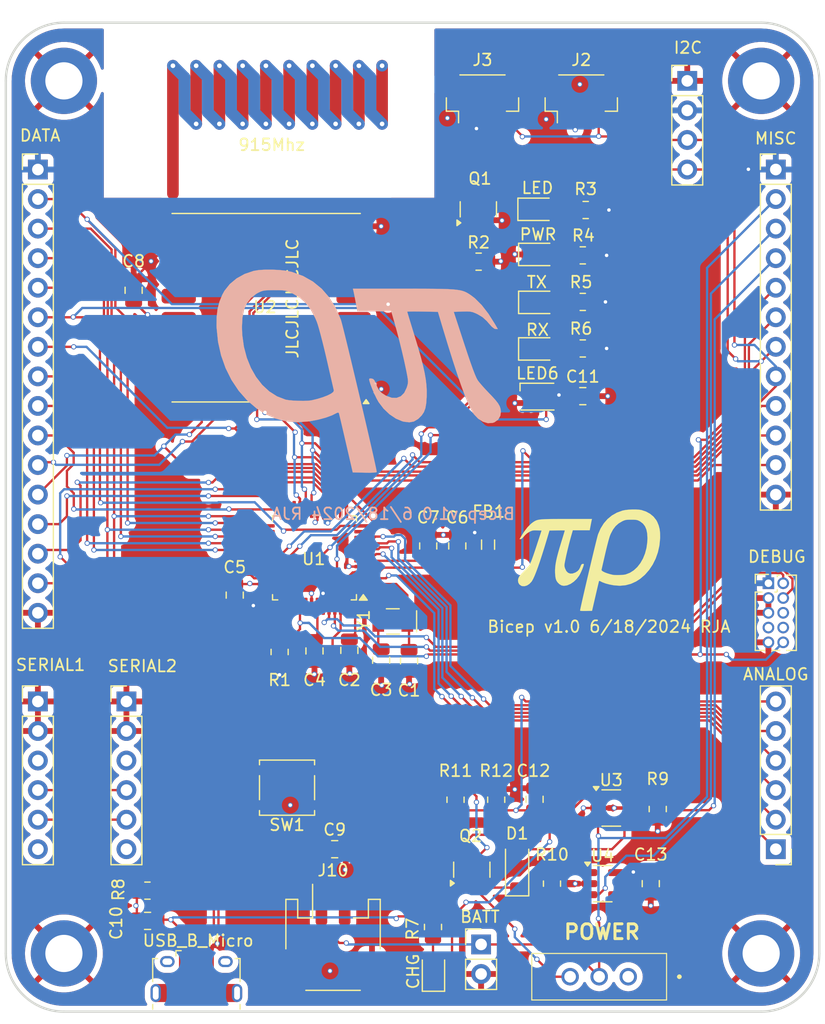
<source format=kicad_pcb>
(kicad_pcb (version 20240108) (generator "pcbnew") (generator_version "8.0")
  (layers (0 "F.Cu" signal) (1 "In1.Cu" power) (2 "In2.Cu" power) (31 "B.Cu" signal) (34 "B.Paste" user) (35 "F.Paste" user) (36 "B.SilkS" user "B.Silkscreen") (37 "F.SilkS" user "F.Silkscreen") (38 "B.Mask" user) (39 "F.Mask" user) (44 "Edge.Cuts" user))
  (net 0 "")
  (net 1 "GND")
  (net 2 "/XTAL2")
  (net 3 "/AREF")
  (net 4 "/XTAL1")
  (net 5 "Net-(U1-VDDCORE)")
  (net 6 "+3V3")
  (net 7 "Net-(U1-VDDANA)")
  (net 8 "/VBAT")
  (net 9 "/VBUS")
  (net 10 "/A5")
  (net 11 "/VIN")
  (net 15 "/SWDIO")
  (net 16 "/SWCLK")
  (net 17 "/~{RESET}")
  (net 18 "/SDA")
  (net 19 "/SCL")
  (net 22 "/D0_RX")
  (net 23 "/D1_TX")
  (net 24 "/D10_TX2")
  (net 27 "/D11_RX2")
  (net 28 "/A4")
  (net 29 "/A0")
  (net 30 "/A1")
  (net 31 "/A3")
  (net 32 "/A2")
  (net 33 "/EN")
  (net 34 "/MISO")
  (net 35 "/MOSI")
  (net 36 "/SCK")
  (net 37 "/D6")
  (net 38 "/D12")
  (net 39 "/D9_NEO")
  (net 40 "/D8_CS")
  (net 41 "/D7")
  (net 42 "/D3_IRQ")
  (net 43 "/D4_RST")
  (net 44 "/D5")
  (net 45 "/D2")
  (net 46 "/USB_D-")
  (net 48 "/USB_D+")
  (net 57 "/ANT")
  (net 58 "Net-(LED1-A)")
  (net 59 "Net-(LED1-K)")
  (net 60 "Net-(LED2-A)")
  (net 61 "Net-(LED3-A)")
  (net 62 "/TXLED")
  (net 63 "Net-(LED4-A)")
  (net 64 "/RXLED")
  (net 65 "/CHG_STAT")
  (net 66 "/VBATSW")
  (net 67 "Net-(U3-PROG)")
  (net 68 "/USBHOSTEN")
  (net 69 "/D30_EDBG_TX")
  (net 70 "/PA13")
  (net 71 "/D31_EDBG_RX")
  (net 72 "/DIO1")
  (net 73 "/DIO2")
  (net 74 "/DIO5")
  (net 75 "/DIO3")
  (net 76 "/DIO4")
  (net 78 "/D13_LED")
  (net 80 "Net-(LED5-A)")
  (footprint "Resistor_SMD:R_0805_2012Metric" (layer "F.Cu") (at 151.2 125.2875 -90)
    (property "Reference" "R12")
    (property "Value" "1M")
  )
  (footprint "Package_TO_SOT_SMD:SOT-23" (layer "F.Cu") (at 149.1 131.3 90)
    (property "Reference" "Q2")
    (property "Value" "DMG3401")
  )
  (footprint "Resistor_SMD:R_0805_2012Metric" (layer "F.Cu") (at 158.65 78.5 180)
    (property "Reference" "R4")
    (property "Value" "1K5")
  )
  (footprint "MyLib:TL3305B_SPST_PushButton" (layer "F.Cu") (at 133.2 124.25 180)
    (property "Reference" "SW1")
    (property "Value" "RESET")
  )
  (footprint "MyLib:LED_WS2812B-2020_PLCC4_2.0x2.0mm" (layer "F.Cu") (at 154.75 90.64)
    (property "Reference" "LED6")
    (property "Value" "RGB")
  )
  (footprint "Resistor_SMD:R_0805_2012Metric" (layer "F.Cu") (at 147.7 125.2875 90)
    (property "Reference" "R11")
    (property "Value" "1M")
  )
  (footprint "MyLib:USB_Micro-B_Amphenol_10118194_Horizontal" (layer "F.Cu") (at 125.4 140.6)
    (property "Reference" "J11" (hide yes))
    (property "Value" "USB_B_Micro")
  )
  (footprint "LED_SMD:LED_0805_2012Metric" (layer "F.Cu") (at 154.75 74.54)
    (property "Reference" "LED1" (hide yes))
    (property "Value" "LED")
  )
  (footprint "LED_SMD:LED_0805_2012Metric" (layer "F.Cu") (at 154.8125 82.54)
    (property "Reference" "LED3" (hide yes))
    (property "Value" "TX")
  )
  (footprint "Capacitor_SMD:C_0805_2012Metric" (layer "F.Cu") (at 154.5 125.25 90)
    (property "Reference" "C12")
    (property "Value" "100n")
  )
  (footprint "MountingHole:MountingHole_3.2mm_M3_ISO7380_Pad" (layer "F.Cu") (at 174 63.5)
    (property "Reference" "H2" (hide yes))
    (property "Value" "MountingHole_Pad" (hide yes))
  )
  (footprint "Connector_PinHeader_2.54mm:PinHeader_1x16_P2.54mm_Vertical" (layer "F.Cu") (at 111.76 71.12)
    (property "Reference" "J9" (hide yes))
    (property "Value" "DATA")
  )
  (footprint "MyLib:Crystal_SMD_G8-2Pin_3.2x1.5mm" (layer "F.Cu") (at 142.3 109.95 180)
    (property "Reference" "Y1")
    (property "Value" " 32.768K-12.5p")
  )
  (footprint "Package_TO_SOT_SMD:SOT-23-5" (layer "F.Cu") (at 160.3625 132.5)
    (property "Reference" "U4")
    (property "Value" "AP2112K-3.3")
  )
  (footprint "Resistor_SMD:R_0805_2012Metric" (layer "F.Cu") (at 121.1875 133.1)
    (property "Reference" "R8")
    (property "Value" "10K")
  )
  (footprint "Resistor_SMD:R_0805_2012Metric" (layer "F.Cu") (at 156 132.5 90)
    (property "Reference" "R10")
    (property "Value" "100K")
  )
  (footprint "MyLib:QWIIC_JST_SH_BM04B-SRSS-TB_1x04-1MP_P1.00mm_Vertical" (layer "F.Cu") (at 158.52 65)
    (property "Reference" "J2")
    (property "Value" "QWIIC")
  )
  (footprint "Capacitor_SMD:C_0805_2012Metric" (layer "F.Cu") (at 145.35 103.475 90)
    (property "Reference" "C7")
    (property "Value" "100n")
  )
  (footprint "Connector_PinHeader_2.54mm:PinHeader_1x06_P2.54mm_Vertical" (layer "F.Cu") (at 119.38 116.84)
    (property "Reference" "J6" (hide yes))
    (property "Value" "SERIAL2")
  )
  (footprint "Connector_PinHeader_2.54mm:PinHeader_1x06_P2.54mm_Vertical" (layer "F.Cu") (at 111.76 116.84)
    (property "Reference" "J5" (hide yes))
    (property "Value" "SERIAL1")
  )
  (footprint "MyLib:QWIIC_JST_SH_BM04B-SRSS-TB_1x04-1MP_P1.00mm_Vertical" (layer "F.Cu") (at 150.02 65)
    (property "Reference" "J3")
    (property "Value" "QWIIC")
  )
  (footprint "Capacitor_SMD:C_0805_2012Metric" (layer "F.Cu") (at 141.3 113.3 90)
    (property "Reference" "C3")
    (property "Value" "18p")
  )
  (footprint "Resistor_SMD:R_0805_2012Metric" (layer "F.Cu") (at 165.1 126.0875 -90)
    (property "Reference" "R9")
    (property "Value" "2K")
  )
  (footprint "Diode_SMD:D_SOD-123" (layer "F.Cu") (at 153 131.19 90)
    (property "Reference" "D1")
    (property "Value" "SD103CW")
  )
  (footprint "Resistor_SMD:R_0805_2012Metric" (layer "F.Cu") (at 158.9 74.6 180)
    (property "Reference" "R3")
    (property "Value" "1K5")
  )
  (footprint "Capacitor_SMD:C_0805_2012Metric" (layer "F.Cu") (at 120 81.5 90)
    (property "Reference" "C8")
    (property "Value" "10u")
  )
  (footprint "MyLib:EG1218_SPDT_Slide_Switch" (layer "F.Cu") (at 162.56 140.5 180)
    (property "Reference" "SW2" (hide yes))
    (property "Value" "POWER")
  )
  (footprint "Resistor_SMD:R_0805_2012Metric" (layer "F.Cu") (at 158.65 82.5 180)
    (property "Reference" "R5")
    (property "Value" "1K5")
  )
  (footprint "LED_SMD:LED_0805_2012Metric" (layer "F.Cu") (at 154.8125 86.54)
    (property "Reference" "LED4" (hide yes))
    (property "Value" "RX")
  )
  (footprint "Package_TO_SOT_SMD:SOT-23-5" (layer "F.Cu") (at 161.1 126)
    (property "Reference" "U3")
    (property "Value" "MCP73831-2")
  )
  (footprint "Connector_PinHeader_2.54mm:PinHeader_1x02_P2.54mm_Vertical" (layer "F.Cu") (at 149.9 137.725)
    (property "Reference" "J12" (hide yes))
    (property "Value" "BATT")
  )
  (footprint "MountingHole:MountingHole_3.2mm_M3_ISO7380_Pad" (layer "F.Cu") (at 174 138.5)
    (property "Reference" "H4" (hide yes))
    (property "Value" "MountingHole_Pad" (hide yes))
  )
  (footprint "MyLib:RFM95CW" (layer "F.Cu") (at 131.405 83 180)
    (property "Reference" "U2")
    (property "Value" "RFM95CW")
  )
  (footprint "Package_QFP:TQFP-48_7x7mm_P0.5mm" (layer "F.Cu") (at 135.5625 104.5 180)
    (property "Reference" "U1")
    (property "Value" "ATSAMD21G18A-A")
  )
  (footprint "Connector_PinHeader_2.54mm:PinHeader_1x06_P2.54mm_Vertical" (layer "F.Cu") (at 175.26 129.54 180)
    (property "Reference" "J7" (hide yes))
    (property "Value" "ANALOG")
  )
  (footprint "Capacitor_SMD:C_0805_2012Metric" (layer "F.Cu") (at 138.5625 112.45 -90)
    (property "Reference" "C2")
    (property "Value" "1u")
  )
  (footprint "Capacitor_SMD:C_0805_2012Metric" (layer "F.Cu") (at 164.5 132.5 -90)
    (property "Reference" "C13")
    (property "Value" "10u")
  )
  (footprint "Capacitor_SMD:C_0805_2012Metric" (layer "F.Cu") (at 128.7 107.7 90)
    (property "Reference" "C5")
    (property "Value" "100n")
  )
  (footprint "Resistor_SMD:R_0805_2012Metric" (layer "F.Cu") (at 158.65 86.5 180)
    (property "Reference" "R6")
    (property "Value" "1K5")
  )
  (footprint "Capacitor_SMD:C_0805_2012Metric" (layer "F.Cu") (at 158.65 90.6)
    (property "Reference" "C11")
    (property "Value" "100n")
  )
  (footprint "MyLib:pirho_0.50" (layer "F.Cu") (at 164.3 102.85)
    (property "Reference" "G***" (hide yes))
    (property "Value" "LOGO" (hide yes))
  )
  (footprint "Capacitor_SMD:C_0805_2012Metric" (layer "F.Cu") (at 147.85 103.475 90)
    (property "Reference" "C6")
    (property "Value" "4u7")
  )
  (footprint "Capacitor_SMD:C_0805_2012Metric" (layer "F.Cu") (at 137.3 129.54)
    (property "Reference" "C9")
    (property "Value" "10u")
  )
  (footprint "MyLib:JST_PH_S2B-PH-SM4-TB_1x02-1MP_P2.00mm_Horizontal" (layer "F.Cu") (at 137.16 137.16)
    (property "Reference" "J10")
    (property "Value" "BATT")
  )
  (footprint "Resistor_SMD:R_0805_2012Metric" (layer "F.Cu") (at 145.76 136.225 -90)
    (property "Reference" "R7")
    (property "Value" "2K")
  )
  (footprint "Capacitor_SMD:C_0805_2012Metric" (layer "F.Cu") (at 135.5625 112.5 -90)
    (property "Reference" "C4")
    (property "Value" "1u")
  )
  (footprint "MountingHole:MountingHole_3.2mm_M3_ISO7380_Pad" (layer "F.Cu") (at 114 138.5)
    (property "Reference" "H3" (hide yes))
    (property "Value" "MountingHole_Pad" (hide yes))
  )
  (footprint "Capacitor_SMD:C_0805_2012Metric" (layer "F.Cu") (at 143.7 113.35 90)
    (property "Reference" "C1")
    (property "Value" "18p")
  )
  (footprint "MountingHole:MountingHole_3.2mm_M3_ISO7380_Pad" (layer "F.Cu") (at 114 63.5)
    (property "Reference" "H1" (hide yes))
    (property "Value" "MountingHole_Pad" (hide yes))
  )
  (footprint "RF_Antenna:Texas_SWRA416_868MHz_915MHz" (layer "F.Cu") (at 132.38 68)
    (property "Reference" "ANT1" (hide yes))
    (property "Value" "915Mhz")
  )
  (footprint "Connector_PinHeader_1.27mm:PinHeader_2x05_P1.27mm_Vertical" (layer "F.Cu") (at 174.625 106.68)
    (property "Reference" "J1" (hide yes))
    (property "Value" "DEBUG")
  )
  (footprint "Resistor_SMD:R_0805_2012Metric" (layer "F.Cu") (at 149.6875 79.04)
    (property "Reference" "R2")
    (property "Value" "100K")
  )
  (footprint "Package_TO_SOT_SMD:SOT-23" (layer "F.Cu") (at 149.6625 74.54 90)
    (property "Reference" "Q1")
    (property "Value" "2N7002")
  )
  (footprint "Connector_PinHeader_2.54mm:PinHeader_1x12_P2.54mm_Vertical" (layer "F.Cu") (at 175.26 71.12)
    (property "Reference" "J8" (hide yes))
    (property "Value" "MISC")
  )
  (footprint "Resistor_SMD:R_0805_2012Metric" (layer "F.Cu") (at 132.5625 112.5875 -90)
    (property "Reference" "R1")
    (property "Value" "10k")
  )
  (footprint "Connector_PinHeader_2.54mm:PinHeader_1x04_P2.54mm_Vertical" (layer "F.Cu") (at 167.64 63.5)
    (property "Reference" "J4" (hide yes))
    (property "Value" "I2C")
  )
  (footprint "Capacitor_SMD:C_0805_2012Metric" (layer "F.Cu") (at 121.2 135.7 180)
    (property "Reference" "C10")
    (property "Value" "10u")
  )
  (footprint "LED_SMD:LED_0805_2012Metric" (layer "F.Cu") (at 154.8125 78.42)
    (property "Reference" "LED2" (hide yes))
    (property "Value" "PWR")
  )
  (footprint "Inductor_SMD:L_0805_2012Metric" (layer "F.Cu") (at 150.5 103.3625 -90)
    (property "Reference" "FB1")
    (property "Value" "1k5")
  )
  (footprint "LED_SMD:LED_0805_2012Metric" (layer "F.Cu") (at 145.8 140.0625 90)
    (property "Reference" "LED5" (hide yes))
    (property "Value" "CHG")
  )
  (footprint "MyLib:pirho" (layer "B.Cu") (at 129.15 84.75 180)
    (property "Reference" "G***" (hide yes))
    (property "Value" "LOGO" (hide yes))
  )
  (gr_line (start 109 63.5) (end 109 138.5) (stroke (width 0.2)) (layer "Edge.Cuts"))
  (gr_line (start 114 58.5) (end 174 58.5) (stroke (width 0.2)) (layer "Edge.Cuts"))
  (gr_arc (start 174 58.5) (mid 177.535534 59.964466) (end 179 63.5) (stroke (width 0.2)) (layer "Edge.Cuts"))
  (gr_arc (start 109 63.5) (mid 110.464466 59.964466) (end 114 58.5) (stroke (width 0.2)) (layer "Edge.Cuts"))
  (gr_line (start 179 63.5) (end 179 138.5) (stroke (width 0.2)) (layer "Edge.Cuts"))
  (gr_arc (start 114 143.5) (mid 110.464466 142.035534) (end 109 138.5) (stroke (width 0.2)) (layer "Edge.Cuts"))
  (gr_arc (start 179 138.5) (mid 177.535534 142.035534) (end 174 143.5) (stroke (width 0.2)) (layer "Edge.Cuts"))
  (gr_line (start 114 143.5) (end 174 143.5) (stroke (width 0.2)) (layer "Edge.Cuts"))
  (gr_text "Bicep v1.0 6/18/2024 RJA" (at 152.9 101.3 -0) (layer "B.SilkS") (effects (font (size 1 1)) (justify left bottom mirror)))
  (gr_text "JLCJLCJLCJLC" (at 134.25 87.45 90) (layer "F.SilkS") (effects (font (size 1 1)) (justify left bottom)))
  (gr_text "Bicep v1.0 6/18/2024 RJA" (at 150.35 111 0) (layer "F.SilkS") (effects (font (size 1 1)) (justify left bottom)))
  (segment (start 120.275 133.1) (end 120.275 134.325) (width 0.2) (layer "F.Cu") (net 1))
  (segment (start 136.8 125.75) (end 133.48 125.75) (width 0.2) (layer "F.Cu") (net 1))
  (segment (start 136.9 140) (end 136.96 140.06) (width 0.2) (layer "F.Cu") (net 1))
  (segment (start 159.9625 126) (end 158.7 126) (width 0.2) (layer "F.Cu") (net 1))
  (segment (start 148.145 66.7) (end 147 66.7) (width 0.2) (layer "F.Cu") (net 1))
  (segment (start 153.875 78.42) (end 152.82 78.42) (width 0.2) (layer "F.Cu") (net 1))
  (segment (start 141.3 115.4) (end 141.35 115.45) (width 0.2) (layer "F.Cu") (net 1))
  (segment (start 152.81 91.19) (end 152.8 91.2) (width 0.2) (layer "F.Cu") (net 1))
  (segment (start 147.22 63.8) (end 148.6 63.8) (width 0.2) (layer "F.Cu") (net 1))
  (segment (start 138.53 105.25) (end 138.52 105.24) (width 0.2) (layer "F.Cu") (net 1))
  (segment (start 141.3 114.25) (end 141.3 115.4) (width 0.2) (layer "F.Cu") (net 1))
  (segment (start 120.275 134.325) (end 120.2 134.4) (width 0.2) (layer "F.Cu") (net 1))
  (segment (start 138.93 76) (end 141.3 76) (width 0.2) (layer "F.Cu") (net 1))
  (segment (start 120.2 134.4) (end 120.275 134.475) (width 0.2) (layer "F.Cu") (net 1))
  (segment (start 138.5625 113.4) (end 138.5625 114.4125) (width 0.2) (layer "F.Cu") (net 1))
  (segment (start 135.5625 113.45) (end 135.5625 114.4875) (width 0.2) (layer "F.Cu") (net 1))
  (segment (start 130 106.7) (end 130.05 106.75) (width 0.2) (layer "F.Cu") (net 1))
  (segment (start 139.725 105.25) (end 138.53 105.25) (width 0.2) (layer "F.Cu") (net 1))
  (segment (start 141.3 90) (end 141.31 89.99) (width 0.2) (layer "F.Cu") (net 1))
  (segment (start 129.95 106.75) (end 130 106.7) (width 0.2) (layer "F.Cu") (net 1))
  (segment (start 136.84 140.06) (end 136.9 140) (width 0.2) (layer "F.Cu") (net 1))
  (segment (start 143.7 114.3) (end 143.7 115.3) (width 0.2) (layer "F.Cu") (net 1))
  (segment (start 138.16 131.26) (end 138.16 129.63) (width 0.2) (layer "F.Cu") (net 1))
  (segment (start 135.3125 107.5625) (end 135.3 107.55) (width 0.2) (layer "F.Cu") (net 1))
  (segment (start 153.835 91.19) (end 152.81 91.19) (width 0.2) (layer "F.Cu") (net 1))
  (segment (start 158.4 63.8) (end 161.32 63.8) (width 0.2) (layer "F.Cu") (net 1))
  (segment (start 120 80.55) (end 121.5 79.05) (width 0.2) (layer "F.Cu") (net 1))
  (segment (start 151.56 79.04) (end 151.6 79) (width 0.2) (layer "F.Cu") (net 1))
  (segment (start 156.545 66.8) (end 155.5 66.8) (width 0.2) (layer "F.Cu") (net 1))
  (segment (start 126.7 139.2) (end 126.7 138.15) (width 0.2) (layer "F.Cu") (net 1))
  (segment (start 152.8 124.4) (end 152.825 124.375) (width 0.2) (layer "F.Cu") (net 1))
  (segment (start 135.8125 100.3375) (end 135.8125 101.250792) (width 0.2) (layer "F.Cu") (net 1))
  (segment (start 128.7 106.75) (end 129.95 106.75) (width 0.2) (layer "F.Cu") (net 1))
  (segment (start 150.6125 75.4775) (end 151.6775 75.4775) (width 0.2) (layer "F.Cu") (net 1))
  (segment (start 159.6 90.6) (end 160.8 90.6) (width 0.2) (layer "F.Cu") (net 1))
  (segment (start 147.85 102.525) (end 146.65 102.525) (width 0.2) (layer "F.Cu") (net 1))
  (segment (start 148.52 66.325) (end 148.52 63.88) (width 0.2) (layer "F.Cu") (net 1))
  (segment (start 146.65 102.525) (end 145.35 102.525) (width 0.2) (layer "F.Cu") (net 1))
  (segment (start 126.7 138.15) (end 127.2 137.65) (width 0.2) (layer "F.Cu") (net 1))
  (segment (start 165.1 127) (end 165.1 128) (width 0.2) (layer "F.Cu") (net 1))
  (segment (start 121.55 79) (end 122.55 78) (width 0.2) (layer "F.Cu") (net 1))
  (segment (start 120.275 134.475) (end 120.275 135.675) (width 0.2) (layer "F.Cu") (net 1))
  (segment (start 150.6 79.04) (end 151.56 79.04) (width 0.2) (layer "F.Cu") (net 1))
  (segment (start 152.825 124.375) (end 154.425 124.375) (width 0.2) (layer "F.Cu") (net 1))
  (segment (start 159.9625 126) (end 161.35 126) (width 0.2) (layer "F.Cu") (net 1))
  (segment (start 148.52 63.88) (end 148.6 63.8) (width 0.2) (layer "F.Cu") (net 1))
  (segment (start 151.2 124.375) (end 152.775 124.375) (width 0.2) (layer "F.Cu") (net 1))
  (segment (start 138.2 131.3) (end 138.16 131.26) (width 0.2) (layer "F.Cu") (net 1))
  (segment (start 152.775 124.375) (end 152.8 124.4) (width 0.2) (layer "F.Cu") (net 1))
  (segment (start 121.5 79.05) (end 121.5 79) (width 0.2) (layer "F.Cu") (net 1))
  (segment (start 148.6 63.8) (end 152.82 63.8) (width 0.2) (layer "F.Cu") (net 1))
  (segment (start 151.6775 75.4775) (end 151.7 75.5) (width 0.2) (layer "F.Cu") (net 1))
  (segment (start 133.48 125.75) (end 129.6 125.75) (width 0.2) (layer "F.Cu") (net 1))
  (segment (start 135.5625 114.4875) (end 135.55 114.5) (width 0.2) (layer "F.Cu") (net 1))
  (segment (start 164.5 133.45) (end 164.5 134.4) (width 0.2) (layer "F.Cu") (net 1))
  (segment (start 136.96 140.06) (end 140.51 140.06) (width 0.2) (layer "F.Cu") (net 1))
  (segment (start 138.93 90) (end 141.3 90) (width 0.2) (layer "F.Cu") (net 1))
  (segment (start 130.05 106.75) (end 131.4 106.75) (width 0.2) (layer "F.Cu") (net 1))
  (segment (start 152.82 78.42) (end 152.8 78.4) (width 0.2) (layer "F.Cu") (net 1))
  (segment (start 121.5 79) (end 121.55 79) (width 0.2) (layer "F.Cu") (net 1))
  (segment (start 157.02 66.325) (end 156.545 66.8) (width 0.2) (layer "F.Cu") (net 1))
  (segment (start 138.16 131.34) (end 138.2 131.3) (width 0.2) (layer "F.Cu") (net 1))
  (segment (start 143.7 115.3) (end 143.75 115.35) (width 0.2) (layer "F.Cu") (net 1))
  (segment (start 135.3125 108.6625) (end 135.3125 107.5625) (width 0.2) (layer "F.Cu") (net 1))
  (segment (start 148.52 66.325) (end 148.145 66.7) (width 0.2) (layer "F.Cu") (net 1))
  (segment (start 155.72 63.8) (end 158.4 63.8) (width 0.2) (layer "F.Cu") (net 1))
  (segment (start 135.8125 101.250792) (end 135.618662 101.44463) (width 0.2) (layer "F.Cu") (net 1))
  (segment (start 138.5625 114.4125) (end 138.6 114.45) (width 0.2) (layer "F.Cu") (net 1))
  (segment (start 133.81 140.06) (end 136.84 140.06) (width 0.2) (layer "F.Cu") (net 1))
  (segment (start 159.225 132.5) (end 158 132.5) (width 0.2) (layer "F.Cu") (net 1))
  (segment (start 138.16 134.31) (end 138.16 131.34) (width 0.2) (layer "F.Cu") (net 1))
  (via (at 151.6 79) (size 0.45) (drill 0.3) (layers "F.Cu" "B.Cu") (net 1))
  (via (at 136.9 140) (size 0.45) (drill 0.3) (layers "F.Cu" "B.Cu") (net 1))
  (via (at 133.48 125.75) (size 0.45) (drill 0.3) (layers "F.Cu" "B.Cu") (net 1))
  (via (at 158.7 126) (size 0.45) (drill 0.3) (layers "F.Cu" "B.Cu") (net 1))
  (via (at 121.5 79) (size 0.45) (drill 0.3) (layers "F.Cu" "B.Cu") (net 1))
  (via (at 151.7 75.5) (size 0.45) (drill 0.3) (layers "F.Cu" "B.Cu") (net 1))
  (via (at 127.2 137.65) (size 0.45) (drill 0.3) (layers "F.Cu" "B.Cu") (net 1))
  (via (at 135.55 114.5) (size 0.45) (drill 0.3) (layers "F.Cu" "B.Cu") (net 1))
  (via (at 141.31 89.99) (size 0.45) (drill 0.3) (layers "F.Cu" "B.Cu") (net 1))
  (via (at 141.35 115.45) (size 0.45) (drill 0.3) (layers "F.Cu" "B.Cu") (net 1))
  (via (at 146.65 102.525) (size 0.45) (drill 0.3) (layers "F.Cu" "B.Cu") (net 1))
  (via (at 155.5 66.8) (size 0.45) (drill 0.3) (layers "F.Cu" "B.Cu") (net 1))
  (via (at 143.75 115.35) (size 0.45) (drill 0.3) (layers "F.Cu" "B.Cu") (net 1))
  (via (at 130 106.7) (size 0.45) (drill 0.3) (layers "F.Cu" "B.Cu") (net 1))
  (via (at 152.8 91.2) (size 0.45) (drill 0.3) (layers "F.Cu" "B.Cu") (net 1))
  (via (at 165.1 128) (size 0.45) (drill 0.3) (layers "F.Cu" "B.Cu") (net 1))
  (via (at 152.8 78.4) (size 0.45) (drill 0.3) (layers "F.Cu" "B.Cu") (net 1))
  (via (at 152.8 124.4) (size 0.45) (drill 0.3) (layers "F.Cu" "B.Cu") (net 1))
  (via (at 161.35 126) (size 0.45) (drill 0.3) (layers "F.Cu" "B.Cu") (net 1))
  (via (at 158.4 63.8) (size 0.45) (drill 0.3) (layers "F.Cu" "B.Cu") (net 1))
  (via (at 158 132.5) (size 0.45) (drill 0.3) (layers "F.Cu" "B.Cu") (net 1))
  (via (at 138.2 131.3) (size 0.45) (drill 0.3) (layers "F.Cu" "B.Cu") (net 1))
  (via (at 138.6 114.45) (size 0.45) (drill 0.3) (layers "F.Cu" "B.Cu") (net 1))
  (via (at 120.2 134.4) (size 0.45) (drill 0.3) (layers "F.Cu" "B.Cu") (net 1))
  (via (at 160.8 90.6) (size 0.45) (drill 0.3) (layers "F.Cu" "B.Cu") (net 1))
  (via (at 141.3 76) (size 0.45) (drill 0.3) (layers "F.Cu" "B.Cu") (net 1))
  (via (at 138.52 105.24) (size 0.45) (drill 0.3) (layers "F.Cu" "B.Cu") (net 1))
  (via (at 135.618662 101.44463) (size 0.45) (drill 0.3) (layers "F.Cu" "B.Cu") (net 1))
  (via (at 164.5 134.4) (size 0.45) (drill 0.3) (layers "F.Cu" "B.Cu") (net 1))
  (via (at 147 66.7) (size 0.45) (drill 0.3) (layers "F.Cu" "B.Cu") (net 1))
  (via (at 135.3 107.55) (size 0.45) (drill 0.3) (layers "F.Cu" "B.Cu") (net 1))
  (segment (start 143.55 107.7) (end 142.6 106.75) (width 0.2) (layer "F.Cu") (net 2))
  (segment (start 142.6 106.75) (end 139.725 106.75) (width 0.2) (layer "F.Cu") (net 2))
  (segment (start 143.55 109.95) (end 143.55 107.7) (width 0.2) (layer "F.Cu") (net 2))
  (segment (start 143.7 112.4) (end 143.7 110.1) (width 0.2) (layer "F.Cu") (net 2))
  (segment (start 138.5625 111.5) (end 139.062438 111.000062) (width 0.2) (layer "F.Cu") (net 3))
  (segment (start 154.04388 95.84388) (end 168.24388 95.84388) (width 0.2) (layer "F.Cu") (net 3))
  (segment (start 139.062438 111.000062) (end 139.062438 107.862438) (width 0.2) (layer "F.Cu") (net 3))
  (segment (start 153.5 95.3) (end 154.04388 95.84388) (width 0.2) (layer "F.Cu") (net 3))
  (segment (start 172.946 91.14176) (end 172.946 86.134) (width 0.2) (layer "F.Cu") (net 3))
  (segment (start 138.3 106.3) (end 138.85 105.75) (width 0.2) (layer "F.Cu") (net 3))
  (segment (start 168.24388 95.84388) (end 172.946 91.14176) (width 0.2) (layer "F.Cu") (net 3))
  (segment (start 153.49 105.34) (end 153.45 105.3) (width 0.2) (layer "F.Cu") (net 3))
  (segment (start 172.946 86.134) (end 175.26 83.82) (width 0.2) (layer "F.Cu") (net 3))
  (segment (start 141.1 105.75) (end 141.51 105.34) (width 0.2) (layer "F.Cu") (net 3))
  (segment (start 139.725 105.75) (end 141.1 105.75) (width 0.2) (layer "F.Cu") (net 3))
  (segment (start 139.062438 107.862438) (end 138.3 107.1) (width 0.2) (layer "F.Cu") (net 3))
  (segment (start 141.51 105.34) (end 153.5 105.34) (width 0.2) (layer "F.Cu") (net 3))
  (segment (start 138.3 107.1) (end 138.3 106.3) (width 0.2) (layer "F.Cu") (net 3))
  (segment (start 138.85 105.75) (end 139.725 105.75) (width 0.2) (layer "F.Cu") (net 3))
  (segment (start 153.5 105.34) (end 153.49 105.34) (width 0.2) (layer "F.Cu") (net 3))
  (via (at 153.45 105.3) (size 0.45) (drill 0.3) (layers "F.Cu" "B.Cu") (net 3))
  (via (at 153.5 95.3) (size 0.45) (drill 0.3) (layers "F.Cu" "B.Cu") (net 3))
  (segment (start 153.45 105.3) (end 153.45 95.35) (width 0.2) (layer "B.Cu") (net 3))
  (segment (start 153.45 95.35) (end 153.5 95.3) (width 0.2) (layer "B.Cu") (net 3))
  (segment (start 141.05 109.95) (end 141.05 112.1) (width 0.2) (layer "F.Cu") (net 4))
  (segment (start 141.05 107.6) (end 140.7 107.25) (width 0.2) (layer "F.Cu") (net 4))
  (segment (start 141.05 109.95) (end 141.05 107.6) (width 0.2) (layer "F.Cu") (net 4))
  (segment (start 140.7 107.25) (end 139.725 107.25) (width 0.2) (layer "F.Cu") (net 4))
  (segment (start 135.8125 108.6625) (end 135.8125 111.3) (width 0.2) (layer "F.Cu") (net 5))
  (segment (start 157.7 90.6) (end 156.7 90.6) (width 0.2) (layer "F.Cu") (net 6))
  (segment (start 149.52 67.58) (end 149.5 67.6) (width 0.2) (layer "F.Cu") (net 6))
  (segment (start 120 82.45) (end 121.15 83.6) (width 0.2) (layer "F.Cu") (net 6))
  (segment (start 161.5 131.55) (end 162.95 131.55) (width 0.2) (layer "F.Cu") (net 6))
  (segment (start 159.5625 86.5) (end 160.7 86.5) (width 0.2) (layer "F.Cu") (net 6))
  (segment (start 131.4 107.25) (end 131.4 107.9) (width 0.2) (layer "F.Cu") (net 6))
  (segment (start 159.8125 74.6) (end 160.9 74.6) (width 0.2) (layer "F.Cu") (net 6))
  (segment (start 159.5625 82.5) (end 160.6 82.5) (width 0.2) (layer "F.Cu") (net 6))
  (segment (start 130.25 108.65) (end 128.7 108.65) (width 0.2) (layer "F.Cu") (net 6))
  (segment (start 136.3125 101.1125) (end 136.7 101.5) (width 0.2) (layer "F.Cu") (net 6))
  (segment (start 158.02 67.68) (end 158 67.7) (width 0.2) (layer "F.Cu") (net 6))
  (segment (start 149.52 66.325) (end 149.52 67.58) (width 0.2) (layer "F.Cu") (net 6))
  (segment (start 175.26 71.12) (end 172.92 71.12) (width 0.2) (layer "F.Cu") (net 6))
  (segment (start 156.7 90.6) (end 156.6 90.5) (width 0.2) (layer "F.Cu") (net 6))
  (segment (start 149.375 102.3) (end 149.35 102.325) (width 0.2) (layer "F.Cu") (net 6))
  (segment (start 150.5 102.3) (end 149.375 102.3) (width 0.2) (layer "F.Cu") (net 6))
  (segment (start 121.2 83.65) (end 121.55 84) (width 0.2) (layer "F.Cu") (net 6))
  (segment (start 130.35 108.65) (end 130.3 108.6) (width 0.2) (layer "F.Cu") (net 6))
  (segment (start 163 131.5) (end 163.05 131.55) (width 0.2) (layer "F.Cu") (net 6))
  (segment (start 155.665 90.09) (end 156.19 90.09) (width 0.2) (layer "F.Cu") (net 6))
  (segment (start 132.5625 114.5375) (end 132.55 114.55) (width 0.2) (layer "F.Cu") (net 6))
  (segment (start 132.5625 113.5) (end 132.5625 114.5375) (width 0.2) (layer "F.Cu") (net 6))
  (segment (start 131.4 107.9) (end 130.65 108.65) (width 0.2) (layer "F.Cu") (net 6))
  (segment (start 172.92 71.12) (end 172.9 71.1) (width 0.2) (layer "F.Cu") (net 6))
  (segment (start 158.02 66.325) (end 158.02 67.68) (width 0.2) (layer "F.Cu") (net 6))
  (segment (start 130.3 108.6) (end 130.25 108.65) (width 0.2) (layer "F.Cu") (net 6))
  (segment (start 136.3125 107.5625) (end 136.3 107.55) (width 0.2) (layer "F.Cu") (net 6))
  (segment (start 159.5625 78.5) (end 160.7 78.5) (width 0.2) (layer "F.Cu") (net 6))
  (segment (start 163.05 131.55) (end 164.5 131.55) (width 0.2) (layer "F.Cu") (net 6))
  (segment (start 121.55 84) (end 123.88 84) (width 0.2) (layer "F.Cu") (net 6))
  (segment (start 162.95 131.55) (end 163 131.5) (width 0.2) (layer "F.Cu") (net 6))
  (segment (start 136.3125 108.6625) (end 136.3125 107.5625) (width 0.2) (layer "F.Cu") (net 6))
  (segment (start 121.2 83.6) (end 121.2 83.65) (width 0.2) (layer "F.Cu") (net 6))
  (segment (start 156.19 90.09) (end 156.6 90.5) (width 0.2) (layer "F.Cu") (net 6))
  (segment (start 121.15 83.6) (end 121.2 83.6) (width 0.2) (layer "F.Cu") (net 6))
  (segment (start 136.3125 100.3375) (end 136.3125 101.1125) (width 0.2) (layer "F.Cu") (net 6))
  (segment (start 130.65 108.65) (end 130.35 108.65) (width 0.2) (layer "F.Cu") (net 6))
  (via (at 136.3 107.55) (size 0.45) (drill 0.3) (layers "F.Cu" "B.Cu") (net 6))
  (via (at 160.7 86.5) (size 0.45) (drill 0.3) (layers "F.Cu" "B.Cu") (net 6))
  (via (at 136.7 101.5) (size 0.45) (drill 0.3) (layers "F.Cu" "B.Cu") (net 6))
  (via (at 160.6 82.5) (size 0.45) (drill 0.3) (layers "F.Cu" "B.Cu") (net 6))
  (via (at 132.55 114.55) (size 0.45) (drill 0.3) (layers "F.Cu" "B.Cu") (net 6))
  (via (at 156.6 90.5) (size 0.45) (drill 0.3) (layers "F.Cu" "B.Cu") (net 6))
  (via (at 172.9 71.1) (size 0.45) (drill 0.3) (layers "F.Cu" "B.Cu") (net 6))
  (via (at 149.35 102.325) (size 0.45) (drill 0.3) (layers "F.Cu" "B.Cu") (net 6))
  (via (at 158 67.7) (size 0.45) (drill 0.3) (layers "F.Cu" "B.Cu") (net 6))
  (via (at 163 131.5) (size 0.45) (drill 0.3) (layers "F.Cu" "B.Cu") (net 6))
  (via (at 149.5 67.6) (size 0.45) (drill 0.3) (layers "F.Cu" "B.Cu") (net 6))
  (via (at 160.9 74.6) (size 0.45) (drill 0.3) (layers "F.Cu" "B.Cu") (net 6))
  (via (at 130.3 108.6) (size 0.45) (drill 0.3) (layers "F.Cu" "B.Cu") (net 6))
  (via (at 160.7 78.5) (size 0.45) (drill 0.3) (layers "F.Cu" "B.Cu") (net 6))
  (via (at 121.2 83.6) (size 0.45) (drill 0.3) (layers "F.Cu" "B.Cu") (net 6))
  (segment (start 145.35 104.425) (end 150.5 104.425) (width 0.2) (layer "F.Cu") (net 7))
  (segment (start 139.725 104.75) (end 145.025 104.75) (width 0.2) (layer "F.Cu") (net 7))
  (segment (start 137.7 137.6) (end 138.3 137.6) (width 0.2) (layer "F.Cu") (net 8))
  (segment (start 136.16 134.31) (end 136.16 136.06) (width 0.2) (layer "F.Cu") (net 8))
  (segment (start 159.9625 128.3625) (end 160 128.4) (width 0.2) (layer "F.Cu") (net 8))
  (segment (start 160.06 135.86) (end 160.06 140.5) (width 0.2) (layer "F.Cu") (net 8))
  (segment (start 157.285 137.725) (end 160.06 140.5) (width 0.2) (layer "F.Cu") (net 8))
  (segment (start 136.16 134.31) (end 136.16 129.73) (width 0.2) (layer "F.Cu") (net 8))
  (segment (start 160 135.5) (end 160 135.8) (width 0.2) (layer "F.Cu") (net 8))
  (segment (start 160 135.8) (end 160.06 135.86) (width 0.2) (layer "F.Cu") (net 8))
  (segment (start 136.16 136.06) (end 137.7 137.6) (width 0.2) (layer "F.Cu") (net 8))
  (segment (start 149.9 137.725) (end 157.285 137.725) (width 0.2) (layer "F.Cu") (net 8))
  (segment (start 159.9625 126.95) (end 159.9625 128.3625) (width 0.2) (layer "F.Cu") (net 8))
  (via (at 160 128.4) (size 0.45) (drill 0.3) (layers "F.Cu" "B.Cu") (net 8))
  (via (at 138.3 137.6) (size 0.45) (drill 0.3) (layers "F.Cu" "B.Cu") (net 8))
  (via (at 160 135.5) (size 0.45) (drill 0.3) (layers "F.Cu" "B.Cu") (net 8))
  (segment (start 160 128.4) (end 160 135.5) (width 0.2) (layer "B.Cu") (net 8))
  (segment (start 138.3 137.6) (end 138.425 137.725) (width 0.2) (layer "B.Cu") (net 8))
  (segment (start 165.795104 128.58) (end 160.18 128.58) (width 0.2) (layer "B.Cu") (net 8))
  (segment (start 169.346 79.574) (end 169.346 125.029104) (width 0.2) (layer "B.Cu") (net 8))
  (segment (start 175.26 73.66) (end 169.346 79.574) (width 0.2) (layer "B.Cu") (net 8))
  (segment (start 169.346 125.029104) (end 165.795104 128.58) (width 0.2) (layer "B.Cu") (net 8))
  (segment (start 160.18 128.58) (end 160 128.4) (width 0.2) (layer "B.Cu") (net 8))
  (segment (start 138.425 137.725) (end 149.9 137.725) (width 0.2) (layer "B.Cu") (net 8))
  (segment (start 149.2 128.3) (end 151 128.3) (width 0.2) (layer "F.Cu") (net 9))
  (segment (start 148.15 129.35) (end 149.2 128.3) (width 0.2) (layer "F.Cu") (net 9))
  (segment (start 151 128.3) (end 152.24 129.54) (width 0.2) (layer "F.Cu") (net 9))
  (segment (start 148.15 132.2375) (end 148.15 129.35) (width 0.2) (layer "F.Cu") (net 9))
  (segment (start 161.16 129.54) (end 162.2375 128.4625) (width 0.2) (layer "F.Cu") (net 9))
  (segment (start 152.24 129.54) (end 153 129.54) (width 0.2) (layer "F.Cu") (net 9))
  (segment (start 124.1 136.5) (end 123.2 135.6) (width 0.2) (layer "F.Cu") (net 9))
  (segment (start 145.76 134.6275) (end 145.76 135.3125) (width 0.2) (layer "F.Cu") (net 9))
  (segment (start 169.5125 126.1875) (end 169.9 125.8) (width 0.2) (layer "F.Cu") (net 9))
  (segment (start 142.6 135.5) (end 142.7875 135.3125) (width 0.2) (layer "F.Cu") (net 9))
  (segment (start 124.1 139.2) (end 124.1 136.5) (width 0.2) (layer "F.Cu") (net 9))
  (segment (start 148.15 132.2375) (end 145.76 134.6275) (width 0.2) (layer "F.Cu") (net 9))
  (segment (start 153 129.54) (end 161.16 129.54) (width 0.2) (layer "F.Cu") (net 9))
  (segment (start 162.2375 126.95) (end 163 126.1875) (width 0.2) (layer "F.Cu") (net 9))
  (segment (start 122.1 133.1) (end 122.1 135.65) (width 0.2) (layer "F.Cu") (net 9))
  (segment (start 123.2 135.6) (end 122.25 135.6) (width 0.2) (layer "F.Cu") (net 9))
  (segment (start 163 126.1875) (end 169.5125 126.1875) (width 0.2) (layer "F.Cu") (net 9))
  (segment (start 142.7875 135.3125) (end 145.76 135.3125) (width 0.2) (layer "F.Cu") (net 9))
  (segment (start 162.2375 128.4625) (end 162.2375 126.95) (width 0.2) (layer "F.Cu") (net 9))
  (via (at 142.6 135.5) (size 0.45) (drill 0.3) (layers "F.Cu" "B.Cu") (net 9))
  (via (at 123.2 135.6) (size 0.45) (drill 0.3) (layers "F.Cu" "B.Cu") (net 9))
  (via (at 169.9 125.8) (size 0.45) (drill 0.3) (layers "F.Cu" "B.Cu") (net 9))
  (segment (start 142.5 135.4) (end 142.6 135.5) (width 0.2) (layer "B.Cu") (net 9))
  (segment (start 170 84) (end 170 125.7) (width 0.2) (layer "B.Cu") (net 9))
  (segment (start 123.4 135.4) (end 142.5 135.4) (width 0.2) (layer "B.Cu") (net 9))
  (segment (start 170 125.7) (end 169.9 125.8) (width 0.2) (layer "B.Cu") (net 9))
  (segment (start 123.4 135.4) (end 123.2 135.6) (width 0.2) (layer "B.Cu") (net 9))
  (segment (start 175.26 78.74) (end 170 84) (width 0.2) (layer "B.Cu") (net 9))
  (segment (start 137.12 116.52) (end 146.8 126.2) (width 0.2) (layer "F.Cu") (net 10))
  (segment (start 137.8125 110.740256) (end 137.12 111.432756) (width 0.2) (layer "F.Cu") (net 10))
  (segment (start 137.8125 108.6625) (end 137.8125 110.740256) (width 0.2) (layer "F.Cu") (net 10))
  (segment (start 147.7 126.2) (end 151.2 126.2) (width 0.2) (layer "F.Cu") (net 10))
  (segment (start 152.9 126.2) (end 154.5 126.2) (width 0.2) (layer "F.Cu") (net 10))
  (segment (start 156.9 116.84) (end 156.8 116.84) (width 0.2) (layer "F.Cu") (net 10))
  (segment (start 156.8 116.84) (end 153.74 116.84) (width 0.2) (layer "F.Cu") (net 10))
  (segment (start 151.2 126.2) (end 152.9 126.2) (width 0.2) (layer "F.Cu") (net 10))
  (segment (start 175.26 116.84) (end 156.9 116.84) (width 0.2) (layer "F.Cu") (net 10))
  (segment (start 153.74 116.84) (end 153.39 116.49) (width 0.2) (layer "F.Cu") (net 10))
  (segment (start 146.8 126.2) (end 147.7 126.2) (width 0.2) (layer "F.Cu") (net 10))
  (segment (start 137.12 111.432756) (end 137.12 116.52) (width 0.2) (layer "F.Cu") (net 10))
  (via (at 152.9 126.2) (size 0.45) (drill 0.3) (layers "F.Cu" "B.Cu") (net 10))
  (via (at 153.39 116.49) (size 0.45) (drill 0.3) (layers "F.Cu" "B.Cu") (net 10))
  (segment (start 153.38 125.72) (end 152.9 126.2) (width 0.2) (layer "B.Cu") (net 10))
  (segment (start 153.39 116.75) (end 153.38 116.76) (width 0.2) (layer "B.Cu") (net 10))
  (segment (start 153.38 116.76) (end 153.38 125.72) (width 0.2) (layer "B.Cu") (net 10))
  (segment (start 153.39 116.49) (end 153.39 116.75) (width 0.2) (layer "B.Cu") (net 10))
  (segment (start 153.16 132.84) (end 154.4125 131.5875) (width 0.2) (layer "F.Cu") (net 11))
  (segment (start 156 131.5875) (end 159.1875 131.5875) (width 0.2) (layer "F.Cu") (net 11))
  (segment (start 150.6525 132.84) (end 153 132.84) (width 0.2) (layer "F.Cu") (net 11))
  (segment (start 150.05 132.2375) (end 150.6525 132.84) (width 0.2) (layer "F.Cu") (net 11))
  (segment (start 154.4125 131.5875) (end 156 131.5875) (width 0.2) (layer "F.Cu") (net 11))
  (segment (start 145.19 112.15) (end 145.513 112.473) (width 0.2) (layer "F.Cu") (net 15))
  (segment (start 137.3125 108.6625) (end 137.3125 110.2375) (width 0.2) (layer "F.Cu") (net 15))
  (segment (start 175.722106 105.8) (end 172.4 105.8) (width 0.2) (layer "F.Cu") (net 15))
  (segment (start 175.895 106.68) (end 175.895 105.972894) (width 0.2) (layer "F.Cu") (net 15))
  (segment (start 137.3125 110.2375) (end 137.2 110.35) (width 0.2) (layer "F.Cu") (net 15))
  (segment (start 145.513 112.473) (end 165.727 112.473) (width 0.2) (layer "F.Cu") (net 15))
  (segment (start 175.895 105.972894) (end 175.722106 105.8) (width 0.2) (layer "F.Cu") (net 15))
  (segment (start 165.727 112.473) (end 172.4 105.8) (width 0.2) (layer "F.Cu") (net 15))
  (via (at 145.19 112.15) (size 0.45) (drill 0.3) (layers "F.Cu" "B.Cu") (net 15))
  (via (at 137.2 110.35) (size 0.45) (drill 0.3) (layers "F.Cu" "B.Cu") (net 15))
  (segment (start 137.605 110.755) (end 137.2 110.35) (width 0.2) (layer "B.Cu") (net 15))
  (segment (start 139.825 110.755) (end 137.605 110.755) (width 0.2) (layer "B.Cu") (net 15))
  (segment (start 141.22 112.15) (end 145.19 112.15) (width 0.2) (layer "B.Cu") (net 15))
  (segment (start 139.825 110.755) (end 141.22 112.15) (width 0.2) (layer "B.Cu") (net 15))
  (segment (start 175.784554 105.4) (end 172.237552 105.4) (width 0.2) (layer "F.Cu") (net 16))
  (segment (start 176.695 106.310446) (end 175.784554 105.4) (width 0.2) (layer "F.Cu") (net 16))
  (segment (start 136.8125 109.6375) (end 136.4 110.05) (width 0.2) (layer "F.Cu") (net 16))
  (segment (start 175.895 107.95) (end 176.695 107.15) (width 0.2) (layer "F.Cu") (net 16))
  (segment (start 165.491552 112.146) (end 146.006244 112.146) (width 0.2) (layer "F.Cu") (net 16))
  (segment (start 145.200244 111.34) (end 145.19 111.34) (width 0.2) (layer "F.Cu") (net 16))
  (segment (start 136.8125 108.6625) (end 136.8125 109.6375) (width 0.2) (layer "F.Cu") (net 16))
  (segment (start 176.695 107.15) (end 176.695 106.310446) (width 0.2) (layer "F.Cu") (net 16))
  (segment (start 146.006244 112.146) (end 145.200244 111.34) (width 0.2) (layer "F.Cu") (net 16))
  (segment (start 172.237552 105.4) (end 165.491552 112.146) (width 0.2) (layer "F.Cu") (net 16))
  (via (at 136.4 110.05) (size 0.45) (drill 0.3) (layers "F.Cu" "B.Cu") (net 16))
  (via (at 145.19 111.34) (size 0.45) (drill 0.3) (layers "F.Cu" "B.Cu") (net 16))
  (segment (start 139.842448 110.31) (end 138.06 110.31) (width 0.2) (layer "B.Cu") (net 16))
  (segment (start 137.52 109.77) (end 136.68 109.77) (width 0.2) (layer "B.Cu") (net 16))
  (segment (start 136.68 109.77) (end 136.4 110.05) (width 0.2) (layer "B.Cu") (net 16))
  (segment (start 140.781224 111.248776) (end 145.098776 111.248776) (width 0.2) (layer "B.Cu") (net 16))
  (segment (start 145.098776 111.248776) (end 145.19 111.34) (width 0.2) (layer "B.Cu") (net 16))
  (segment (start 139.842448 110.31) (end 140.781224 111.248776) (width 0.2) (layer "B.Cu") (net 16))
  (segment (start 138.06 110.31) (end 137.52 109.77) (width 0.2) (layer "B.Cu") (net 16))
  (segment (start 171 112.8) (end 167.2 112.8) (width 0.2) (layer "F.Cu") (net 17))
  (segment (start 168.6 94.35) (end 169.275312 94.35) (width 0.2) (layer "F.Cu") (net 17))
  (segment (start 131.225 111.675) (end 132.5625 111.675) (width 0.2) (layer "F.Cu") (net 17))
  (segment (start 130.4 112.5) (end 131.225 111.675) (width 0.2) (layer "F.Cu") (net 17))
  (segment (start 136.8 122.75) (end 129.6 122.75) (width 0.2) (layer "F.Cu") (net 17))
  (segment (start 133.2625 111.675) (end 134.3125 110.625) (width 0.2) (layer "F.Cu") (net 17))
  (segment (start 132.5625 111.675) (end 133.2625 111.675) (width 0.2) (layer "F.Cu") (net 17))
  (segment (start 169.275312 94.35) (end 172.6 91.025312) (width 0.2) (layer "F.Cu") (net 17))
  (segment (start 167.2 112.8) (end 145.35 112.8) (width 0.2) (layer "F.Cu") (net 17))
  (segment (start 134.3125 110.625) (end 134.3125 110.1075) (width 0.2) (layer "F.Cu") (net 17))
  (segment (start 145.35 112.8) (end 145.19 112.96) (width 0.2) (layer "F.Cu") (net 17))
  (segment (start 130.4 117.5) (end 130.4 112.5) (width 0.2) (layer "F.Cu") (net 17))
  (segment (start 175.26 81.28) (end 172.6 83.94) (width 0.2) (layer "F.Cu") (net 17))
  (segment (start 172.6 83.94) (end 172.6 91.025312) (width 0.2) (layer "F.Cu") (net 17))
  (segment (start 130.4 117.5) (end 129.6 118.3) (width 0.2) (layer "F.Cu") (net 17))
  (segment (start 167.2 112.8) (end 168.75 112.8) (width 0.2) (layer "F.Cu") (net 17))
  (segment (start 134.3125 108.6625) (end 134.3125 110.0725) (width 0.2) (layer "F.Cu") (net 17))
  (segment (start 134.3125 110.0725) (end 134.33 110.09) (width 0.2) (layer "F.Cu") (net 17))
  (segment (start 129.6 118.3) (end 129.6 122.75) (width 0.2) (layer "F.Cu") (net 17))
  (segment (start 134.3125 110.1075) (end 134.33 110.09) (width 0.2) (layer "F.Cu") (net 17))
  (via (at 168.6 94.35) (size 0.45) (drill 0.3) (layers "F.Cu" "B.Cu") (net 17))
  (via (at 171 112.8) (size 0.45) (drill 0.3) (layers "F.Cu" "B.Cu") (net 17))
  (via (at 168.75 112.8) (size 0.45) (drill 0.3) (layers "F.Cu" "B.Cu") (net 17))
  (via (at 134.33 110.09) (size 0.45) (drill 0.3) (layers "F.Cu" "B.Cu") (net 17))
  (via (at 145.19 112.96) (size 0.45) (drill 0.3) (layers "F.Cu" "B.Cu") (net 17))
  (segment (start 171.45 113.25) (end 173.05 113.25) (width 0.2) (layer "B.Cu") (net 17))
  (segment (start 135.1 110.09) (end 136.4 111.39) (width 0.2) (layer "B.Cu") (net 17))
  (segment (start 135.01 110.09) (end 135.02 110.1) (width 0.2) (layer "B.Cu") (net 17))
  (segment (start 171 112.8) (end 171.45 113.25) (width 0.2) (layer "B.Cu") (net 17))
  (segment (start 139.37 111.39) (end 139.46 111.39) (width 0.2) (layer "B.Cu") (net 17))
  (segment (start 168.8 112.75) (end 168.8 94.55) (width 0.2) (layer "B.Cu") (net 17))
  (segment (start 168.8 94.55) (end 168.6 94.35) (width 0.2) (layer "B.Cu") (net 17))
  (segment (start 168.75 112.8) (end 168.8 112.75) (width 0.2) (layer "B.Cu") (net 17))
  (segment (start 136.4 111.39) (end 139.37 111.39) (width 0.2) (layer "B.Cu") (net 17))
  (segment (start 175.895 111.76) (end 174.405 113.25) (width 0.2) (layer "B.Cu") (net 17))
  (segment (start 141.03 112.96) (end 145.19 112.96) (width 0.2) (layer "B.Cu") (net 17))
  (segment (start 139.46 111.39) (end 141.03 112.96) (width 0.2) (layer "B.Cu") (net 17))
  (segment (start 135.01 110.09) (end 135.1 110.09) (width 0.2) (layer "B.Cu") (net 17))
  (segment (start 134.33 110.09) (end 135.01 110.09) (width 0.2) (layer "B.Cu") (net 17))
  (segment (start 174.405 113.25) (end 173.05 113.25) (width 0.2) (layer "B.Cu") (net 17))
  (segment (start 167.64 68.58) (end 169.88 68.58) (width 0.2) (layer "F.Cu") (net 18))
  (segment (start 150.52 66.325) (end 150.52 65.550001) (width 0.2) (layer "F.Cu") (net 18))
  (segment (start 133.4 103.51991) (end 133.4 103.5) (width 0.2) (layer "F.Cu") (net 18))
  (segment (start 175.26 89.752656) (end 168.356328 96.656328) (width 0.2) (layer "F.Cu") (net 18))
  (segment (start 131.4 104.75) (end 132.16991 104.75) (width 0.2) (layer "F.Cu") (net 18))
  (segment (start 164.58 68.58) (end 167.64 68.58) (width 0.2) (layer "F.Cu") (net 18))
  (segment (start 159.02 65.22) (end 159 65.2) (width 0.2) (layer "F.Cu") (net 18))
  (segment (start 143.956328 96.656328) (end 168.356328 96.656328) (width 0.2) (layer "F.Cu") (net 18))
  (segment (start 175.26 88.9) (end 175.26 89.752656) (width 0.2) (layer "F.Cu") (net 18))
  (segment (start 143.25 95.95) (end 143.956328 96.656328) (width 0.2) (layer "F.Cu") (net 18))
  (segment (start 150.870001 65.2) (end 159 65.2) (width 0.2) (layer "F.Cu") (net 18))
  (segment (start 161.2 65.2) (end 164.58 68.58) (width 0.2) (layer "F.Cu") (net 18))
  (segment (start 169.88 68.58) (end 169.9 68.6) (width 0.2) (layer "F.Cu") (net 18))
  (segment (start 169.9 68.6) (end 171.7 70.4) (width 0.2) (layer "F.Cu") (net 18))
  (segment (start 132.16991 104.75) (end 133.4 103.51991) (width 0.2) (layer "F.Cu") (net 18))
  (segment (start 159 65.2) (end 161.2 65.2) (width 0.2) (layer "F.Cu") (net 18))
  (segment (start 159.02 66.325) (end 159.02 65.22) (width 0.2) (layer "F.Cu") (net 18))
  (segment (start 171.7 70.4) (end 171.7 86.2) (width 0.2) (layer "F.Cu") (net 18))
  (segment (start 150.52 65.550001) (end 150.870001 65.2) (width 0.2) (layer "F.Cu") (net 18))
  (via (at 171.7 86.2) (size 0.45) (drill 0.3) (layers "F.Cu" "B.Cu") (net 18))
  (via (at 143.25 95.95) (size 0.45) (drill 0.3) (layers "F.Cu" "B.Cu") (net 18))
  (via (at 133.4 103.5) (size 0.45) (drill 0.3) (layers "F.Cu" "B.Cu") (net 18))
  (segment (start 136.977 102.223) (end 143.25 95.95) (width 0.2) (layer "B.Cu") (net 18))
  (segment (start 173.420244 86.2) (end 171.7 86.2) (width 0.2) (layer "B.Cu") (net 18))
  (segment (start 175.26 88.039756) (end 173.420244 86.2) (width 0.2) (layer "B.Cu") (net 18))
  (segment (start 134.677 102.223) (end 136.977 102.223) (width 0.2) (layer "B.Cu") (net 18))
  (segment (start 133.4 103.5) (end 134.677 102.223) (width 0.2) (layer "B.Cu") (net 18))
  (segment (start 175.26 88.9) (end 175.26 88.039756) (width 0.2) (layer "B.Cu") (net 18))
  (segment (start 168.275104 96.275104) (end 144.625104 96.275104) (width 0.2) (layer "F.Cu") (net 19))
  (segment (start 160.02 68.26) (end 160 68.28) (width 0.2) (layer "F.Cu") (net 19))
  (segment (start 153.475 68.28) (end 153.47 68.28) (width 0.2) (layer "F.Cu") (net 19))
  (segment (start 171.1 86.7) (end 171.8 87.4) (width 0.2) (layer "F.Cu") (net 19))
  (segment (start 174 87.6) (end 174 87.62) (width 0.2) (layer "F.Cu") (net 19))
  (segment (start 167.64 71.12) (end 164.815 71.12) (width 0.2) (layer "F.Cu") (net 19))
  (segment (start 174 87.62) (end 173.273 88.347) (width 0.2) (layer "F.Cu") (net 19))
  (segment (start 173.273 91.277208) (end 168.275104 96.275104) (width 0.2) (layer "F.Cu") (net 19))
  (segment (start 153.47 68.28) (end 153.45 68.3) (width 0.2) (layer "F.Cu") (net 19))
  (segment (start 161.975 68.28) (end 164.815 71.12) (width 0.2) (layer "F.Cu") (net 19))
  (segment (start 171.12 72.14) (end 171.12 86.72) (width 0.2) (layer "F.Cu") (net 19))
  (segment (start 170.1 71.12) (end 171.12 72.14) (width 0.2) (layer "F.Cu") (net 19))
  (segment (start 131.4 105.25) (end 132.55 105.25) (width 0.2) (layer "F.Cu") (net 19))
  (segment (start 171.12 86.72) (end 171.8 87.4) (width 0.2) (layer "F.Cu") (net 19))
  (segment (start 144.625104 96.275104) (end 144 95.65) (width 0.2) (layer "F.Cu") (net 19))
  (segment (start 132.55 105.25) (end 134.3 103.5) (width 0.2) (layer "F.Cu") (net 19))
  (segment (start 173.273 88.347) (end 173.273 91.277208) (width 0.2) (layer "F.Cu") (net 19))
  (segment (start 160 68.28) (end 161.975 68.28) (width 0.2) (layer "F.Cu") (net 19))
  (segment (start 174.02 87.6) (end 174 87.6) (width 0.2) (layer "F.Cu") (net 19))
  (segment (start 167.64 71.12) (end 170.1 71.12) (width 0.2) (layer "F.Cu") (net 19))
  (segment (start 160.02 66.325) (end 160.02 68.26) (width 0.2) (layer "F.Cu") (net 19))
  (segment (start 175.26 86.36) (end 174.02 87.6) (width 0.2) (layer "F.Cu") (net 19))
  (segment (start 151.52 66.325) (end 153.475 68.28) (width 0.2) (layer "F.Cu") (net 19))
  (via (at 134.3 103.5) (size 0.45) (drill 0.3) (layers "F.Cu" "B.Cu") (net 19))
  (via (at 171.8 87.4) (size 0.45) (drill 0.3) (layers "F.Cu" "B.Cu") (net 19))
  (via (at 144 95.65) (size 0.45) (drill 0.3) (layers "F.Cu" "B.Cu") (net 19))
  (via (at 153.45 68.3) (size 0.45) (drill 0.3) (layers "F.Cu" "B.Cu") (net 19))
  (via (at 160.02 68.26) (size 0.45) (drill 0.3) (layers "F.Cu" "B.Cu") (net 19))
  (via (at 174 87.6) (size 0.45) (drill 0.3) (layers "F.Cu" "B.Cu") (net 19))
  (segment (start 137.487552 102.55) (end 144 96.037552) (width 0.2) (layer "B.Cu") (net 19))
  (segment (start 153.45 68.3) (end 153.47 68.28) (width 0.2) (layer "B.Cu") (net 19))
  (segment (start 135.25 102.55) (end 137.487552 102.55) (width 0.2) (layer "B.Cu") (net 19))
  (segment (start 160 68.28) (end 160.02 68.26) (width 0.2) (layer "B.Cu") (net 19))
  (segment (start 153.47 68.28) (end 160 68.28) (width 0.2) (layer "B.Cu") (net 19))
  (segment (start 134.3 103.5) (end 135.25 102.55) (width 0.2) (layer "B.Cu") (net 19))
  (segment (start 172 87.6) (end 171.8 87.4) (width 0.2) (layer "B.Cu") (net 19))
  (segment (start 144 96.037552) (end 144 95.65) (width 0.2) (layer "B.Cu") (net 19))
  (segment (start 174 87.6) (end 172 87.6) (width 0.2) (layer "B.Cu") (net 19))
  (segment (start 130.5 98.6) (end 127.02 98.6) (width 0.2) (layer "F.Cu") (net 22))
  (segment (start 111.76 106.68) (end 114.753 106.68) (width 0.2) (layer "F.Cu") (net 22))
  (segment (start 114.753 106.68) (end 114.773 106.7) (width 0.2) (layer "F.Cu") (net 22))
  (segment (start 114.773 123.227) (end 114.773 106.7) (width 0.2) (layer "F.Cu") (net 22))
  (segment (start 113.54 124.46) (end 111.76 124.46) (width 0.2) (layer "F.Cu") (net 22))
  (segment (start 136.8125 99.392256) (end 135.420244 98) (width 0.2) (layer "F.Cu") (net 22))
  (segment (start 131.1 98) (end 130.5 98.6) (width 0.2) (layer "F.Cu") (net 22))
  (segment (start 114.773 123.227) (end 113.54 124.46) (width 0.2) (layer "F.Cu") (net 22))
  (segment (start 114.773 105.493) (end 113.68 104.4) (width 0.2) (layer "F.Cu") (net 22))
  (segment (start 135.420244 98) (end 131.1 98) (width 0.2) (layer "F.Cu") (net 22))
  (segment (start 114.773 106.7) (end 114.773 105.493) (width 0.2) (layer "F.Cu") (net 22))
  (segment (start 136.8125 100.3375) (end 136.8125 99.392256) (width 0.2) (layer "F.Cu") (net 22))
  (via (at 127.02 98.6) (size 0.45) (drill 0.3) (layers "F.Cu" "B.Cu") (net 22))
  (via (at 113.68 104.4) (size 0.45) (drill 0.3) (layers "F.Cu" "B.Cu") (net 22))
  (segment (start 113.68 98.939756) (end 113.68 104.4) (width 0.2) (layer "B.Cu") (net 22))
  (segment (start 114.019756 98.6) (end 113.68 98.939756) (width 0.2) (layer "B.Cu") (net 22))
  (segment (start 114.019756 98.6) (end 127.02 98.6) (width 0.2) (layer "B.Cu") (net 22))
  (segment (start 115.15 98) (end 115.43 98.28) (width 0.2) (layer "F.Cu") (net 23))
  (segment (start 112.08 103.82) (end 114.84 103.82) (width 0.2) (layer "F.Cu") (net 23))
  (segment (start 115.1 125.7) (end 113.8 127) (width 0.2) (layer "F.Cu") (net 23))
  (segment (start 115.1 125.7) (end 115.1 104.96) (width 0.2) (layer "F.Cu") (net 23))
  (segment (start 127.199756 97.6) (end 135.482692 97.6) (width 0.2) (layer "F.Cu") (net 23))
  (segment (start 137.3125 100.3375) (end 137.3125 99.429808) (width 0.2) (layer "F.Cu") (net 23))
  (segment (start 115.43 102.989756) (end 114.84 103.579756) (width 0.2) (layer "F.Cu") (net 23))
  (segment (start 114.84 103.82) (end 114.84 104.7) (width 0.2) (layer "F.Cu") (net 23))
  (segment (start 113.8 127) (end 111.76 127) (width 0.2) (layer "F.Cu") (net 23))
  (segment (start 115.1 104.96) (end 114.84 104.7) (width 0.2) (layer "F.Cu") (net 23))
  (segment (start 115.43 98.28) (end 115.43 102.989756) (width 0.2) (layer "F.Cu") (net 23))
  (segment (start 114.84 103.579756) (end 114.84 103.82) (width 0.2) (layer "F.Cu") (net 23))
  (segment (start 137.3125 99.429808) (end 135.482692 97.6) (width 0.2) (layer "F.Cu") (net 23))
  (segment (start 126.779756 98.02) (end 126.44 98.02) (width 0.2) (layer "F.Cu") (net 23))
  (segment (start 127.199756 97.6) (end 126.779756 98.02) (width 0.2) (layer "F.Cu") (net 23))
  (via (at 126.44 98.02) (size 0.45) (drill 0.3) (layers "F.Cu" "B.Cu") (net 23))
  (via (at 115.15 98) (size 0.45) (drill 0.3) (layers "F.Cu" "B.Cu") (net 23))
  (segment (start 120.45 98.02) (end 126.44 98.02) (width 0.2) (layer "B.Cu") (net 23))
  (segment (start 115.17 98.02) (end 115.15 98) (width 0.2) (layer "B.Cu") (net 23))
  (segment (start 120.45 98.02) (end 115.17 98.02) (width 0.2) (layer "B.Cu") (net 23))
  (segment (start 116.726 81.28) (end 111.76 81.28) (width 0.2) (layer "F.Cu") (net 24))
  (segment (start 129.538986 102.08) (end 126.44 102.08) (width 0.2) (layer "F.Cu") (net 24))
  (segment (start 115.427 125.927) (end 115.427 108.513) (width 0.2) (layer "F.Cu") (net 24))
  (segment (start 119.38 127) (end 116.5 127) (width 0.2) (layer "F.Cu") (net 24))
  (segment (start 130.208986 102.75) (end 129.538986 102.08) (width 0.2) (layer "F.Cu") (net 24))
  (segment (start 116.5 127) (end 115.427 125.927) (width 0.2) (layer "F.Cu") (net 24))
  (segment (start 117.74 86.134) (end 117.446 85.84) (width 0.2) (layer "F.Cu") (net 24))
  (segment (start 131.4 102.75) (end 130.208986 102.75) (width 0.2) (layer "F.Cu") (net 24))
  (segment (start 117.446 85.84) (end 117.446 82) (width 0.2) (layer "F.Cu") (net 24))
  (segment (start 115.427 108.513) (end 117.74 106.2) (width 0.2) (layer "F.Cu") (net 24))
  (segment (start 117.446 82) (end 116.726 81.28) (width 0.2) (layer "F.Cu") (net 24))
  (segment (start 117.74 102.08) (end 117.74 86.134) (width 0.2) (layer "F.Cu") (net 24))
  (segment (start 117.74 102.08) (end 117.74 106.2) (width 0.2) (layer "F.Cu") (net 24))
  (via (at 117.74 102.08) (size 0.45) (drill 0.3) (layers "F.Cu" "B.Cu") (net 24))
  (via (at 126.44 102.08) (size 0.45) (drill 0.3) (layers "F.Cu" "B.Cu") (net 24))
  (segment (start 126.44 102.08) (end 117.74 102.08) (width 0.2) (layer "B.Cu") (net 24))
  (segment (start 117.773 79.673) (end 116.84 78.74) (width 0.2) (layer "F.Cu") (net 27))
  (segment (start 130.57 100.92) (end 126.44 100.92) (width 0.2) (layer "F.Cu") (net 27))
  (segment (start 118.32 100.92) (end 118.32 85.227) (width 0.2) (layer "F.Cu") (net 27))
  (segment (start 116.84 78.74) (end 111.76 78.74) (width 0.2) (layer "F.Cu") (net 27))
  (segment (start 116.46 124.46) (end 115.754 123.754) (width 0.2) (layer "F.Cu") (net 27))
  (segment (start 115.754 123.754) (end 115.754 108.766) (width 0.2) (layer "F.Cu") (net 27))
  (segment (start 115.754 108.766) (end 118.32 106.2) (width 0.2) (layer "F.Cu") (net 27))
  (segment (start 119.38 124.46) (end 116.46 124.46) (width 0.2) (layer "F.Cu") (net 27))
  (segment (start 131.4 101.75) (end 130.57 100.92) (width 0.2) (layer "F.Cu") (net 27))
  (segment (start 118.32 85.227) (end 117.773 84.68) (width 0.2) (layer "F.Cu") (net 27))
  (segment (start 117.773 84.68) (end 117.773 79.673) (width 0.2) (layer "F.Cu") (net 27))
  (segment (start 118.32 100.92) (end 118.32 106.2) (width 0.2) (layer "F.Cu") (net 27))
  (via (at 118.32 100.92) (size 0.45) (drill 0.3) (layers "F.Cu" "B.Cu") (net 27))
  (via (at 126.44 100.92) (size 0.45) (drill 0.3) (layers "F.Cu" "B.Cu") (net 27))
  (segment (start 126.44 100.92) (end 118.32 100.92) (width 0.2) (layer "B.Cu") (net 27))
  (segment (start 150.647 117.167) (end 150.11 116.63) (width 0.2) (layer "F.Cu") (net 28))
  (segment (start 150.7 117.167) (end 150.647 117.167) (width 0.2) (layer "F.Cu") (net 28))
  (segment (start 170.091896 117.167) (end 150.7 117.167) (width 0.2) (layer "F.Cu") (net 28))
  (segment (start 140.8 102.67) (end 141.46 102.67) (width 0.2) (layer "F.Cu") (net 28))
  (segment (start 139.725 102.75) (end 140.72 102.75) (width 0.2) (layer "F.Cu") (net 28))
  (segment (start 172.304896 119.38) (end 170.091896 117.167) (width 0.2) (layer "F.Cu") (net 28))
  (segment (start 175.26 119.38) (end 172.304896 119.38) (width 0.2) (layer "F.Cu") (net 28))
  (segment (start 140.72 102.75) (end 140.8 102.67) (width 0.2) (layer "F.Cu") (net 28))
  (via (at 150.11 116.63) (size 0.45) (drill 0.3) (layers "F.Cu" "B.Cu") (net 28))
  (via (at 141.46 102.67) (size 0.45) (drill 0.3) (layers "F.Cu" "B.Cu") (net 28))
  (segment (start 143.35 104.5) (end 143.363672 104.486328) (width 0.2) (layer "B.Cu") (net 28))
  (segment (start 143.020244 102.53) (end 142.539756 102.53) (width 0.2) (layer "B.Cu") (net 28))
  (segment (start 142.399756 102.67) (end 141.46 102.67) (width 0.2) (layer "B.Cu") (net 28))
  (segment (start 147.26 108.582656) (end 143.35 104.672656) (width 0.2) (layer "B.Cu") (net 28))
  (segment (start 142.539756 102.53) (end 142.399756 102.67) (width 0.2) (layer "B.Cu") (net 28))
  (segment (start 143.35 104.672656) (end 143.35 104.5) (width 0.2) (layer "B.Cu") (net 28))
  (segment (start 143.363672 104.486328) (end 143.363672 102.873428) (width 0.2) (layer "B.Cu") (net 28))
  (segment (start 147.26 113.78) (end 147.26 108.582656) (width 0.2) (layer "B.Cu") (net 28))
  (segment (start 143.363672 102.873428) (end 143.020244 102.53) (width 0.2) (layer "B.Cu") (net 28))
  (segment (start 150.11 116.63) (end 147.26 113.78) (width 0.2) (layer "B.Cu") (net 28))
  (segment (start 139.725 106.25) (end 141.71 106.25) (width 0.2) (layer "F.Cu") (net 29))
  (segment (start 172.9 127.18) (end 172.9 121.862448) (width 0.2) (layer "F.Cu") (net 29))
  (segment (start 148.585 118.475) (end 169.512552 118.475) (width 0.2) (layer "F.Cu") (net 29))
  (segment (start 148.585 118.475) (end 146.53 116.42) (width 0.2) (layer "F.Cu") (net 29))
  (segment (start 141.71 106.25) (end 141.95 106.01) (width 0.2) (layer "F.Cu") (net 29))
  (segment (start 169.512552 118.475) (end 172.9 121.862448) (width 0.2) (layer "F.Cu") (net 29))
  (segment (start 175.26 129.54) (end 172.9 127.18) (width 0.2) (layer "F.Cu") (net 29))
  (via (at 141.95 106.01) (size 0.45) (drill 0.3) (layers "F.Cu" "B.Cu") (net 29))
  (via (at 146.53 116.42) (size 0.45) (drill 0.3) (layers "F.Cu" "B.Cu") (net 29))
  (segment (start 142.63 106.01) (end 141.95 106.01) (width 0.2) (layer "B.Cu") (net 29))
  (segment (start 145.87 115.76) (end 145.87 109.25) (width 0.2) (layer "B.Cu") (net 29))
  (segment (start 146.53 116.42) (end 145.87 115.76) (width 0.2) (layer "B.Cu") (net 29))
  (segment (start 145.87 109.25) (end 142.63 106.01) (width 0.2) (layer "B.Cu") (net 29))
  (segment (start 169.648 118.148) (end 173.3 121.8) (width 0.2) (layer "F.Cu") (net 30))
  (segment (start 139.725 104.25) (end 140.79 104.25) (width 0.2) (layer "F.Cu") (net 30))
  (segment (start 149.088 118.148) (end 169.648 118.148) (width 0.2) (layer "F.Cu") (net 30))
  (segment (start 173.3 125.04) (end 175.26 127) (width 0.2) (layer "F.Cu") (net 30))
  (segment (start 149.088 118.148) (end 147.33 116.39) (width 0.2) (layer "F.Cu") (net 30))
  (segment (start 140.87 104.17) (end 141.46 104.17) (width 0.2) (layer "F.Cu") (net 30))
  (segment (start 140.79 104.25) (end 140.87 104.17) (width 0.2) (layer "F.Cu") (net 30))
  (segment (start 173.3 125.04) (end 173.3 121.8) (width 0.2) (layer "F.Cu") (net 30))
  (via (at 147.33 116.39) (size 0.45) (drill 0.3) (layers "F.Cu" "B.Cu") (net 30))
  (via (at 141.46 104.17) (size 0.45) (drill 0.3) (layers "F.Cu" "B.Cu") (net 30))
  (segment (start 146.24 115.3) (end 146.24 108.95) (width 0.2) (layer "B.Cu") (net 30))
  (segment (start 147.33 116.39) (end 146.24 115.3) (width 0.2) (layer "B.Cu") (net 30))
  (segment (start 141.46 104.17) (end 146.24 108.95) (width 0.2) (layer "B.Cu") (net 30))
  (segment (start 150.124 117.494) (end 149.15 116.52) (width 0.2) (layer "F.Cu") (net 31))
  (segment (start 150.124 117.494) (end 169.956448 117.494) (width 0.2) (layer "F.Cu") (net 31))
  (segment (start 173.908776 120.568776) (end 175.26 121.92) (width 0.2) (layer "F.Cu") (net 31))
  (segment (start 169.956448 117.494) (end 173.031224 120.568776) (width 0.2) (layer "F.Cu") (net 31))
  (segment (start 142.76 103.09) (end 142.78 103.11) (width 0.2) (layer "F.Cu") (net 31))
  (segment (start 141.959756 103.09) (end 142.76 103.09) (width 0.2) (layer "F.Cu") (net 31))
  (segment (start 173.031224 120.568776) (end 173.908776 120.568776) (width 0.2) (layer "F.Cu") (net 31))
  (segment (start 139.725 103.25) (end 141.799756 103.25) (width 0.2) (layer "F.Cu") (net 31))
  (segment (start 141.799756 103.25) (end 141.959756 103.09) (width 0.2) (layer "F.Cu") (net 31))
  (via (at 149.15 116.52) (size 0.45) (drill 0.3) (layers "F.Cu" "B.Cu") (net 31))
  (via (at 142.78 103.11) (size 0.45) (drill 0.3) (layers "F.Cu" "B.Cu") (net 31))
  (segment (start 146.93 108.715104) (end 142.78 104.565104) (width 0.2) (layer "B.Cu") (net 31))
  (segment (start 149.15 116.52) (end 146.93 114.3) (width 0.2) (layer "B.Cu") (net 31))
  (segment (start 142.78 104.565104) (end 142.78 103.11) (width 0.2) (layer "B.Cu") (net 31))
  (segment (start 146.93 114.3) (end 146.93 108.715104) (width 0.2) (layer "B.Cu") (net 31))
  (segment (start 173.7 122.9) (end 175.26 124.46) (width 0.2) (layer "F.Cu") (net 32))
  (segment (start 173.7 121.7) (end 173.7 122.9) (width 0.2) (layer "F.Cu") (net 32))
  (segment (start 142.12 103.59) (end 142.2 103.67) (width 0.2) (layer "F.Cu") (net 32))
  (segment (start 149.601 117.821) (end 148.19 116.41) (width 0.2) (layer "F.Cu") (net 32))
  (segment (start 141.059756 103.75) (end 141.219756 103.59) (width 0.2) (layer "F.Cu") (net 32))
  (segment (start 169.821 117.821) (end 173.7 121.7) (width 0.2) (layer "F.Cu") (net 32))
  (segment (start 149.601 117.821) (end 169.821 117.821) (width 0.2) (layer "F.Cu") (net 32))
  (segment (start 141.219756 103.59) (end 142.12 103.59) (width 0.2) (layer "F.Cu") (net 32))
  (segment (start 139.725 103.75) (end 141.059756 103.75) (width 0.2) (layer "F.Cu") (net 32))
  (via (at 148.19 116.41) (size 0.45) (drill 0.3) (layers "F.Cu" "B.Cu") (net 32))
  (via (at 142.2 103.67) (size 0.45) (drill 0.3) (layers "F.Cu" "B.Cu") (net 32))
  (segment (start 146.567 108.814552) (end 142.2 104.447552) (width 0.2) (layer "B.Cu") (net 32))
  (segment (start 142.2 104.447552) (end 142.2 103.67) (width 0.2) (layer "B.Cu") (net 32))
  (segment (start 148.19 116.41) (end 146.567 114.787) (width 0.2) (layer "B.Cu") (net 32))
  (segment (start 146.567 114.787) (end 146.567 108.814552) (width 0.2) (layer "B.Cu") (net 32))
  (segment (start 160.585901 132.884431) (end 160.020332 133.45) (width 0.2) (layer "F.Cu") (net 33))
  (segment (start 160.020332 133.45) (end 159.225 133.45) (width 0.2) (layer "F.Cu") (net 33))
  (segment (start 156 133.4125) (end 159.1875 133.4125) (width 0.2) (layer "F.Cu") (net 33))
  (via (at 160.585901 132.884431) (size 0.45) (drill 0.3) (layers "F.Cu" "B.Cu") (net 33))
  (segment (start 175.26 76.2) (end 169.673 81.787) (width 0.2) (layer "B.Cu") (net 33))
  (segment (start 160.585901 131.914099) (end 160.585901 132.884431) (width 0.2) (layer "B.Cu") (net 33))
  (segment (start 164.737552 130.1) (end 169.673 125.164552) (width 0.2) (layer "B.Cu") (net 33))
  (segment (start 169.673 81.787) (end 169.673 125.164552) (width 0.2) (layer "B.Cu") (net 33))
  (segment (start 162.4 130.1) (end 160.585901 131.914099) (width 0.2) (layer "B.Cu") (net 33))
  (segment (start 164.737552 130.1) (end 162.4 130.1) (width 0.2) (layer "B.Cu") (net 33))
  (segment (start 134.3125 99.4125) (end 134 99.1) (width 0.2) (layer "F.Cu") (net 34))
  (segment (start 168.55 97.85) (end 169.88 96.52) (width 0.2) (layer "F.Cu") (net 34))
  (segment (start 131.3 89.4) (end 132.7 88) (width 0.2) (layer "F.Cu") (net 34))
  (segment (start 138.93 88) (end 132.7 88) (width 0.2) (layer "F.Cu") (net 34))
  (segment (start 175.26 96.52) (end 169.88 96.52) (width 0.2) (layer "F.Cu") (net 34))
  (segment (start 135.582484 95.85) (end 133.85 95.85) (width 0.2) (layer "F.Cu") (net 34))
  (segment (start 131.3 89.4) (end 131.3 91.1) (width 0.2) (layer "F.Cu") (net 34))
  (segment (start 134.3125 100.3375) (end 134.3125 99.4125) (width 0.2) (layer "F.Cu") (net 34))
  (segment (start 137.582484 97.85) (end 135.582484 95.85) (width 0.2) (layer "F.Cu") (net 34))
  (segment (start 137.582484 97.85) (end 168.55 97.85) (width 0.2) (layer "F.Cu") (net 34))
  (segment (start 131.3 91.1) (end 133.9 93.7) (width 0.2) (layer "F.Cu") (net 34))
  (via (at 133.9 93.7) (size 0.45) (drill 0.3) (layers "F.Cu" "B.Cu") (net 34))
  (via (at 134 99.1) (size 0.45) (drill 0.3) (layers "F.Cu" "B.Cu") (net 34))
  (via (at 133.85 95.85) (size 0.45) (drill 0.3) (layers "F.Cu" "B.Cu") (net 34))
  (segment (start 133.9 93.7) (end 133.8 93.8) (width 0.2) (layer "B.Cu") (net 34))
  (segment (start 133.8 93.8) (end 133.8 95.8) (width 0.2) (layer "B.Cu") (net 34))
  (segment (start 133.85 95.85) (end 133.85 98.95) (width 0.2) (layer "B.Cu") (net 34))
  (segment (start 133.8 95.8) (end 133.85 95.85) (width 0.2) (layer "B.Cu") (net 34))
  (segment (start 133.85 98.95) (end 134 99.1) (width 0.2) (layer "B.Cu") (net 34))
  (segment (start 135.3125 99.0875) (end 135.5 98.9) (width 0.2) (layer "F.Cu") (net 35))
  (segment (start 135.3125 100.3375) (end 135.3125 99.0875) (width 0.2) (layer "F.Cu") (net 35))
  (segment (start 132.7 86) (end 138.93 86) (width 0.2) (layer "F.Cu") (net 35))
  (segment (start 175.26 93.98) (end 171.957552 93.98) (width 0.2) (layer "F.Cu") (net 35))
  (segment (start 168.523 97.414552) (end 171.957552 93.98) (width 0.2) (layer "F.Cu") (net 35))
  (segment (start 130.954 87.746) (end 132.7 86) (width 0.2) (layer "F.Cu") (net 35))
  (segment (start 130.954 91.654) (end 130.954 87.746) (width 0.2) (layer "F.Cu") (net 35))
  (segment (start 137.614552 97.414552) (end 168.523 97.414552) (width 0.2) (layer "F.Cu") (net 35))
  (segment (start 135.45 95.25) (end 135.4 95.25) (width 0.2) (layer "F.Cu") (net 35))
  (segment (start 137.614552 97.414552) (end 135.45 95.25) (width 0.2) (layer "F.Cu") (net 35))
  (segment (start 131.3 92) (end 130.954 91.654) (width 0.2) (layer "F.Cu") (net 35))
  (via (at 131.3 92) (size 0.45) (drill 0.3) (layers "F.Cu" "B.Cu") (net 35))
  (via (at 135.4 95.25) (size 0.45) (drill 0.3) (layers "F.Cu" "B.Cu") (net 35))
  (via (at 135.5 98.9) (size 0.45) (drill 0.3) (layers "F.Cu" "B.Cu") (net 35))
  (segment (start 133.482692 92) (end 131.3 92) (width 0.2) (layer "B.Cu") (net 35))
  (segment (start 135.5 98.9) (end 135.5 96.4) (width 0.2) (layer "B.Cu") (net 35))
  (segment (start 135.4 96.3) (end 135.4 95.25) (width 0.2) (layer "B.Cu") (net 35))
  (segment (start 135.5 96.4) (end 135.4 96.3) (width 0.2) (layer "B.Cu") (net 35))
  (segment (start 133.482692 92) (end 135.4 93.917308) (width 0.2) (layer "B.Cu") (net 35))
  (segment (start 135.4 95.25) (end 135.4 93.917308) (width 0.2) (layer "B.Cu") (net 35))
  (segment (start 134.8125 98.7125) (end 134.7 98.6) (width 0.2) (layer "F.Cu") (net 36))
  (segment (start 175.26 91.44) (end 174.035104 91.44) (width 0.2) (layer "F.Cu") (net 36))
  (segment (start 174.035104 91.44) (end 168.387552 97.087552) (width 0.2) (layer "F.Cu") (net 36))
  (segment (start 131.9 84) (end 138.93 84) (width 0.2) (layer "F.Cu") (net 36))
  (segment (start 168.387552 97.087552) (end 138.057796 97.087552) (width 0.2) (layer "F.Cu") (net 36))
  (segment (start 130.627 85.273) (end 131.9 84) (width 0.2) (layer "F.Cu") (net 36))
  (segment (start 130.6 92.6) (end 130.627 92.573) (width 0.2) (layer "F.Cu") (net 36))
  (segment (start 130.627 92.573) (end 130.627 85.273) (width 0.2) (layer "F.Cu") (net 36))
  (segment (start 135.620244 94.65) (end 134.48 94.65) (width 0.2) (layer "F.Cu") (net 36))
  (segment (start 138.057796 97.087552) (end 135.620244 94.65) (width 0.2) (layer "F.Cu") (net 36))
  (segment (start 134.8125 100.3375) (end 134.8125 98.7125) (width 0.2) (layer "F.Cu") (net 36))
  (via (at 134.48 94.65) (size 0.45) (drill 0.3) (layers "F.Cu" "B.Cu") (net 36))
  (via (at 134.7 98.6) (size 0.45) (drill 0.3) (layers "F.Cu" "B.Cu") (net 36))
  (via (at 130.6 92.6) (size 0.45) (drill 0.3) (layers "F.Cu" "B.Cu") (net 36))
  (segment (start 134.48 93.459756) (end 134.48 94.65) (width 0.2) (layer "B.Cu") (net 36))
  (segment (start 134.48 98.38) (end 134.7 98.6) (width 0.2) (layer "B.Cu") (net 36))
  (segment (start 134.48 94.65) (end 134.48 98.38) (width 0.2) (layer "B.Cu") (net 36))
  (segment (start 133.620244 92.6) (end 134.48 93.459756) (width 0.2) (layer "B.Cu") (net 36))
  (segment (start 130.6 92.6) (end 133.620244 92.6) (width 0.2) (layer "B.Cu") (net 36))
  (segment (start 130.23409 103.7) (end 129.77409 103.24) (width 0.2) (layer "F.Cu") (net 37))
  (segment (start 126.44 103.24) (end 129.77409 103.24) (width 0.2) (layer "F.Cu") (net 37))
  (segment (start 131.35 103.7) (end 130.23409 103.7) (width 0.2) (layer "F.Cu") (net 37))
  (segment (start 114.26 91.44) (end 111.76 91.44) (width 0.2) (layer "F.Cu") (net 37))
  (segment (start 114.26 91.44) (end 116 93.18) (width 0.2) (layer "F.Cu") (net 37))
  (segment (start 116 93.18) (end 116 103.24) (width 0.2) (layer "F.Cu") (net 37))
  (via (at 126.44 103.24) (size 0.45) (drill 0.3) (layers "F.Cu" "B.Cu") (net 37))
  (via (at 116 103.24) (size 0.45) (drill 0.3) (layers "F.Cu" "B.Cu") (net 37))
  (segment (start 126.44 103.24) (end 116 103.24) (width 0.2) (layer "B.Cu") (net 37))
  (segment (start 131.4 103.25) (end 130.246538 103.25) (width 0.2) (layer "F.Cu") (net 38))
  (segment (start 118.1 78) (end 116.3 76.2) (width 0.2) (layer "F.Cu") (net 38))
  (segment (start 129.656538 102.66) (end 127.02 102.66) (width 0.2) (layer "F.Cu") (net 38))
  (segment (start 130.246538 103.25) (end 129.656538 102.66) (width 0.2) (layer "F.Cu") (net 38))
  (segment (start 118.1 84.1) (end 118.1 78) (width 0.2) (layer "F.Cu") (net 38))
  (segment (start 118.9 102.66) (end 118.9 84.9) (width 0.2) (layer "F.Cu") (net 38))
  (segment (start 118.9 84.9) (end 118.1 84.1) (width 0.2) (layer "F.Cu") (net 38))
  (segment (start 116.3 76.2) (end 111.76 76.2) (width 0.2) (layer "F.Cu") (net 38))
  (via (at 127.02 102.66) (size 0.45) (drill 0.3) (layers "F.Cu" "B.Cu") (net 38))
  (via (at 118.9 102.66) (size 0.45) (drill 0.3) (layers "F.Cu" "B.Cu") (net 38))
  (segment (start 127.02 102.66) (end 118.9 102.66) (width 0.2) (layer "B.Cu") (net 38))
  (segment (start 114.82 83.82) (end 116.32 83.82) (width 0.2) (layer "F.Cu") (net 39))
  (segment (start 114.8 83.8) (end 114.82 83.82) (width 0.2) (layer "F.Cu") (net 39))
  (segment (start 117.1 99.7) (end 117.16 99.76) (width 0.2) (layer "F.Cu") (net 39))
  (segment (start 116.32 83.82) (end 117.1 84.6) (width 0.2) (layer "F.Cu") (net 39))
  (segment (start 133.02 102.08) (end 132.9 102.2) (width 0.2) (layer "F.Cu") (net 39))
  (segment (start 114.78 83.82) (end 114.8 83.8) (width 0.2) (layer "F.Cu") (net 39))
  (segment (start 137.46 102.08) (end 137.79 101.75) (width 0.2) (layer "F.Cu") (net 39))
  (segment (start 111.76 83.82) (end 114.78 83.82) (width 0.2) (layer "F.Cu") (net 39))
  (segment (start 137.46 102.08) (end 133.02 102.08) (width 0.2) (layer "F.Cu") (net 39))
  (segment (start 117.1 84.6) (end 117.1 99.7) (width 0.2) (layer "F.Cu") (net 39))
  (segment (start 155.5 92.6) (end 155.5 91.355) (width 0.2) (layer "F.Cu") (net 39))
  (segment (start 137.79 101.75) (end 139.725 101.75) (width 0.2) (layer "F.Cu") (net 39))
  (via (at 114.8 83.8) (size 0.45) (drill 0.3) (layers "F.Cu" "B.Cu") (net 39))
  (via (at 117.16 99.76) (size 0.45) (drill 0.3) (layers "F.Cu" "B.Cu") (net 39))
  (via (at 132.9 102.2) (size 0.45) (drill 0.3) (layers "F.Cu" "B.Cu") (net 39))
  (via (at 155.5 92.6) (size 0.45) (drill 0.3) (layers "F.Cu" "B.Cu") (net 39))
  (segment (start 114.8 83.8) (end 115.58 83.02) (width 0.2) (layer "B.Cu") (net 39))
  (segment (start 115.58 83.02) (end 141.02 83.02) (width 0.2) (layer "B.Cu") (net 39))
  (segment (start 127.300244 99.72) (end 130.42 99.72) (width 0.2) (layer "B.Cu") (net 39))
  (segment (start 141.02 83.02) (end 150.6 92.6) (width 0.2) (layer "B.Cu") (net 39))
  (segment (start 150.6 92.6) (end 155.5 92.6) (width 0.2) (layer "B.Cu") (net 39))
  (segment (start 117.16 99.76) (end 127.260244 99.76) (width 0.2) (layer "B.Cu") (net 39))
  (segment (start 127.260244 99.76) (end 127.300244 99.72) (width 0.2) (layer "B.Cu") (net 39))
  (segment (start 130.42 99.72) (end 132.9 102.2) (width 0.2) (layer "B.Cu") (net 39))
  (segment (start 135.716036 96.446) (end 140.772455 101.502419) (width 0.2) (layer "F.Cu") (net 40))
  (segment (start 130.3 91.8) (end 130.3 83.454) (width 0.2) (layer "F.Cu") (net 40))
  (segment (start 130.3 83.454) (end 131.754 82) (width 0.2) (layer "F.Cu") (net 40))
  (segment (start 128.18 93.38) (end 128.72 93.38) (width 0.2) (layer "F.Cu") (net 40))
  (segment (start 140.772455 101.502419) (end 140.772455 101.972455) (width 0.2) (layer "F.Cu") (net 40))
  (segment (start 131.786 96.446) (end 135.716036 96.446) (width 0.2) (layer "F.Cu") (net 40))
  (segment (start 111.76 86.36) (end 114.84 86.36) (width 0.2) (layer "F.Cu") (net 40))
  (segment (start 140.49491 102.25) (end 139.725 102.25) (width 0.2) (layer "F.Cu") (net 40))
  (segment (start 131.754 82) (end 138.93 82) (width 0.2) (layer "F.Cu") (net 40))
  (segment (start 140.772455 101.972455) (end 140.49491 102.25) (width 0.2) (layer "F.Cu") (net 40))
  (segment (start 128.72 93.38) (end 130.3 91.8) (width 0.2) (layer "F.Cu") (net 40))
  (segment (start 128.72 93.38) (end 131.786 96.446) (width 0.2) (layer "F.Cu") (net 40))
  (via (at 128.18 93.38) (size 0.45) (drill 0.3) (layers "F.Cu" "B.Cu") (net 40))
  (via (at 114.84 86.36) (size 0.45) (drill 0.3) (layers "F.Cu" "B.Cu") (net 40))
  (segment (start 128.18 93.38) (end 128.12 93.32) (width 0.2) (layer "B.Cu") (net 40))
  (segment (start 114.84 86.36) (end 115.94 86.36) (width 0.2) (layer "B.Cu") (net 40))
  (segment (start 115.94 86.36) (end 122.9 93.32) (width 0.2) (layer "B.Cu") (net 40))
  (segment (start 122.9 93.32) (end 128.12 93.32) (width 0.2) (layer "B.Cu") (net 40))
  (segment (start 116.58 103.82) (end 116.58 89.634) (width 0.2) (layer "F.Cu") (net 41))
  (segment (start 129.34 103.82) (end 127.02 103.82) (width 0.2) (layer "F.Cu") (net 41))
  (segment (start 131.4 104.25) (end 129.77 104.25) (width 0.2) (layer "F.Cu") (net 41))
  (segment (start 129.77 104.25) (end 129.34 103.82) (width 0.2) (layer "F.Cu") (net 41))
  (segment (start 115.846 88.9) (end 116.58 89.634) (width 0.2) (layer "F.Cu") (net 41))
  (segment (start 111.76 88.9) (end 115.846 88.9) (width 0.2) (layer "F.Cu") (net 41))
  (via (at 116.58 103.82) (size 0.45) (drill 0.3) (layers "F.Cu" "B.Cu") (net 41))
  (via (at 127.02 103.82) (size 0.45) (drill 0.3) (layers "F.Cu" "B.Cu") (net 41))
  (segment (start 127.02 103.82) (end 116.58 103.82) (width 0.2) (layer "B.Cu") (net 41))
  (segment (start 123.88 86) (end 125.355 86) (width 0.2) (layer "F.Cu") (net 42))
  (segment (start 137.8125 99.46736) (end 135.44514 97.1) (width 0.2) (layer "F.Cu") (net 42))
  (segment (start 125.86 92.84) (end 124.8 93.9) (width 0.2) (layer "F.Cu") (net 42))
  (segment (start 111.76 99.06) (end 114.26 96.56) (width 0.2) (layer "F.Cu") (net 42))
  (segment (start 124.8 97.1) (end 122.6 94.9) (width 0.2) (layer "F.Cu") (net 42))
  (segment (start 125.86 86.505) (end 125.86 92.84) (width 0.2) (layer "F.Cu") (net 42))
  (segment (start 125.355 86) (end 125.86 86.505) (width 0.2) (layer "F.Cu") (net 42))
  (segment (start 137.8125 100.3375) (end 137.8125 99.46736) (width 0.2) (layer "F.Cu") (net 42))
  (segment (start 114.26 96.56) (end 114.26 95.7) (width 0.2) (layer "F.Cu") (net 42))
  (segment (start 135.44514 97.1) (end 124.8 97.1) (width 0.2) (layer "F.Cu") (net 42))
  (via (at 114.26 95.7) (size 0.45) (drill 0.3) (layers "F.Cu" "B.Cu") (net 42))
  (via (at 122.6 94.9) (size 0.45) (drill 0.3) (layers "F.Cu" "B.Cu") (net 42))
  (via (at 124.8 93.9) (size 0.45) (drill 0.3) (layers "F.Cu" "B.Cu") (net 42))
  (segment (start 123.6 93.9) (end 124.8 93.9) (width 0.2) (layer "B.Cu") (net 42))
  (segment (start 122.6 94.9) (end 123.6 93.9) (width 0.2) (layer "B.Cu") (net 42))
  (segment (start 114.26 95.7) (end 121.8 95.7) (width 0.2) (layer "B.Cu") (net 42))
  (segment (start 121.8 95.7) (end 122.6 94.9) (width 0.2) (layer "B.Cu") (net 42))
  (segment (start 138.3125 100.3375) (end 138.3125 99.504912) (width 0.2) (layer "F.Cu") (net 43))
  (segment (start 113.1 96.28) (end 112 96.28) (width 0.2) (layer "F.Cu") (net 43))
  (segment (start 133.291552 80) (end 138.93 80) (width 0.2) (layer "F.Cu") (net 43))
  (segment (start 135.580588 96.773) (end 127.293244 96.773) (width 0.2) (layer "F.Cu") (net 43))
  (segment (start 138.3125 99.504912) (end 135.580588 96.773) (width 0.2) (layer "F.Cu") (net 43))
  (segment (start 127.293244 96.773) (end 125.020244 94.5) (width 0.2) (layer "F.Cu") (net 43))
  (segment (start 129.973 89.547244) (end 129.973 83.318552) (width 0.2) (layer "F.Cu") (net 43))
  (segment (start 129.973 83.318552) (end 133.291552 80) (width 0.2) (layer "F.Cu") (net 43))
  (segment (start 125.020244 94.5) (end 129.973 89.547244) (width 0.2) (layer "F.Cu") (net 43))
  (segment (start 124.2 94.5) (end 125.020244 94.5) (width 0.2) (layer "F.Cu") (net 43))
  (via (at 124.2 94.5) (size 0.45) (drill 0.3) (layers "F.Cu" "B.Cu") (net 43))
  (via (at 113.1 96.28) (size 0.45) (drill 0.3) (layers "F.Cu" "B.Cu") (net 43))
  (segment (start 122.2 96.5) (end 124.2 94.5) (width 0.2) (layer "B.Cu") (net 43))
  (segment (start 113.32 96.5) (end 122.2 96.5) (width 0.2) (layer "B.Cu") (net 43))
  (segment (start 113.1 96.28) (end 113.32 96.5) (width 0.2) (layer "B.Cu") (net 43))
  (segment (start 113.360244 93.98) (end 111.76 93.98) (width 0.2) (layer "F.Cu") (net 44))
  (segment (start 114.85 98.949756) (end 114.26 98.359756) (width 0.2) (layer "F.Cu") (net 44))
  (segment (start 132.8125 100.3375) (end 128.2375 100.3375) (width 0.2) (layer "F.Cu") (net 44))
  (segment (start 114.85 100.3) (end 114.85 98.949756) (width 0.2) (layer "F.Cu") (net 44))
  (segment (start 114.26 97.022448) (end 114.84 96.442448) (width 0.2) (layer "F.Cu") (net 44))
  (segment (start 114.26 98.359756) (end 114.26 97.022448) (width 0.2) (layer "F.Cu") (net 44))
  (segment (start 114.84 96.442448) (end 114.84 95.459756) (width 0.2) (layer "F.Cu") (net 44))
  (segment (start 114.84 95.459756) (end 113.360244 93.98) (width 0.2) (layer "F.Cu") (net 44))
  (segment (start 128.2375 100.3375) (end 128.2 100.3) (width 0.2) (layer "F.Cu") (net 44))
  (via (at 114.85 100.3) (size 0.45) (drill 0.3) (layers "F.Cu" "B.Cu") (net 44))
  (via (at 128.2 100.3) (size 0.45) (drill 0.3) (layers "F.Cu" "B.Cu") (net 44))
  (segment (start 128.2 100.3) (end 128.16 100.34) (width 0.2) (layer "B.Cu") (net 44))
  (segment (start 114.89 100.34) (end 114.85 100.3) (width 0.2) (layer "B.Cu") (net 44))
  (segment (start 115.61 100.34) (end 114.89 100.34) (width 0.2) (layer "B.Cu") (net 44))
  (segment (start 128.16 100.34) (end 115.61 100.34) (width 0.2) (layer "B.Cu") (net 44))
  (segment (start 126.44 99.18) (end 132.92491 99.18) (width 0.2) (layer "F.Cu") (net 45))
  (segment (start 114.26 100.92) (end 114.26 99.18) (width 0.2) (layer "F.Cu") (net 45))
  (segment (start 133.3125 99.56759) (end 133.3125 100.3375) (width 0.2) (layer "F.Cu") (net 45))
  (segment (start 111.76 101.6) (end 113.58 101.6) (width 0.2) (layer "F.Cu") (net 45))
  (segment (start 132.92491 99.18) (end 133.3125 99.56759) (width 0.2) (layer "F.Cu") (net 45))
  (segment (start 113.58 101.6) (end 114.26 100.92) (width 0.2) (layer "F.Cu") (net 45))
  (via (at 114.26 99.18) (size 0.45) (drill 0.3) (layers "F.Cu" "B.Cu") (net 45))
  (via (at 126.44 99.18) (size 0.45) (drill 0.3) (layers "F.Cu" "B.Cu") (net 45))
  (segment (start 126.44 99.18) (end 114.26 99.18) (width 0.2) (layer "B.Cu") (net 45))
  (segment (start 130.205692 105.623) (end 127.677 105.623) (width 0.2) (layer "F.Cu") (net 46))
  (segment (start 131.4 105.75) (end 130.332692 105.75) (width 0.2) (layer "F.Cu") (net 46))
  (segment (start 126.9 136.175) (end 126.9 106.4) (width 0.2) (layer "F.Cu") (net 46))
  (segment (start 126.9 106.4) (end 127.677 105.623) (width 0.2) (layer "F.Cu") (net 46))
  (segment (start 127.25 106.05) (end 127.2 106.1) (width 0.2) (layer "F.Cu") (net 46))
  (segment (start 127.677 105.623) (end 127.25 106.05) (width 0.2) (layer "F.Cu") (net 46))
  (segment (start 124.75 138.325) (end 126.9 136.175) (width 0.2) (layer "F.Cu") (net 46))
  (segment (start 130.332692 105.75) (end 130.205692 105.623) (width 0.2) (layer "F.Cu") (net 46))
  (segment (start 124.75 139.2) (end 124.75 138.325) (width 0.2) (layer "F.Cu") (net 46))
  (segment (start 125.4 138.2) (end 125.4 139.2) (width 0.2) (layer "F.Cu") (net 48))
  (segment (start 130.070244 105.95) (end 127.85 105.95) (width 0.2) (layer "F.Cu") (net 48))
  (segment (start 127.3 106.5) (end 127.3 136.3) (width 0.2) (layer "F.Cu") (net 48))
  (segment (start 131.4 106.25) (end 130.370244 106.25) (width 0.2) (layer "F.Cu") (net 48))
  (segment (start 130.370244 106.25) (end 130.070244 105.95) (width 0.2) (layer "F.Cu") (net 48))
  (segment (start 127.3 136.3) (end 125.4 138.2) (width 0.2) (layer "F.Cu") (net 48))
  (segment (start 127.85 105.95) (end 127.3 106.5) (width 0.2) (layer "F.Cu") (net 48))
  (segment (start 123.38 75.5) (end 123.38 74) (width 0.4) (layer "F.Cu") (net 57))
  (segment (start 155.6875 74.54) (end 157.9275 74.54) (width 0.2) (layer "F.Cu") (net 58))
  (segment (start 151.8 73.6) (end 152.74 74.54) (width 0.2) (layer "F.Cu") (net 59))
  (segment (start 149.6625 73.6025) (end 151.5975 73.6025) (width 0.2) (layer "F.Cu") (net 59))
  (segment (start 151.6 73.6) (end 151.8 73.6) (width 0.2) (layer "F.Cu") (net 59))
  (segment (start 151.5975 73.6025) (end 151.6 73.6) (width 0.2) (layer "F.Cu") (net 59))
  (segment (start 152.74 74.54) (end 153.8125 74.54) (width 0.2) (layer "F.Cu") (net 59))
  (segment (start 155.75 78.42) (end 157.6575 78.42) (width 0.2) (layer "F.Cu") (net 60))
  (segment (start 155.75 82.54) (end 157.6975 82.54) (width 0.2) (layer "F.Cu") (net 61))
  (segment (start 152.45 83.965) (end 152.45 87.502552) (width 0.2) (layer "F.Cu") (net 62))
  (segment (start 152.45 87.502552) (end 146.676276 93.276276) (width 0.2) (layer "F.Cu") (net 62))
  (segment (start 146.676276 93.276276) (end 145.323724 93.276276) (width 0.2) (layer "F.Cu") (net 62))
  (segment (start 153.875 82.54) (end 152.45 83.965) (width 0.2) (layer "F.Cu") (net 62))
  (segment (start 133.8125 108.6625) (end 133.8125 106.6875) (width 0.2) (layer "F.Cu") (net 62))
  (segment (start 145.323724 93.276276) (end 144.75 93.85) (width 0.2) (layer "F.Cu") (net 62))
  (segment (start 133.8125 106.6875) (end 136.9 103.6) (width 0.2) (layer "F.Cu") (net 62))
  (via (at 136.9 103.6) (size 0.45) (drill 0.3) (layers "F.Cu" "B.Cu") (net 62))
  (via (at 144.75 93.85) (size 0.45) (drill 0.3) (layers "F.Cu" "B.Cu") (net 62))
  (segment (start 136.9 103.6) (end 144.75 95.75) (width 0.2) (layer "B.Cu") (net 62))
  (segment (start 144.75 93.85) (end 144.75 95.75) (width 0.2) (layer "B.Cu") (net 62))
  (segment (start 155.75 86.54) (end 157.6975 86.54) (width 0.2) (layer "F.Cu") (net 63))
  (segment (start 138.3125 107.89259) (end 137.5 107.08009) (width 0.2) (layer "F.Cu") (net 64))
  (segment (start 146.465 93.95) (end 145.55 93.95) (width 0.2) (layer "F.Cu") (net 64))
  (segment (start 138.3125 108.6625) (end 138.3125 107.89259) (width 0.2) (layer "F.Cu") (net 64))
  (segment (start 137.5 107.08009) (end 137.5 104.6) (width 0.2) (layer "F.Cu") (net 64))
  (segment (start 153.875 86.54) (end 146.465 93.95) (width 0.2) (layer "F.Cu") (net 64))
  (via (at 137.5 104.6) (size 0.45) (drill 0.3) (layers "F.Cu" "B.Cu") (net 64))
  (via (at 145.55 93.95) (size 0.45) (drill 0.3) (layers "F.Cu" "B.Cu") (net 64))
  (segment (start 137.5 104.6) (end 137.5 103.462448) (width 0.2) (layer "B.Cu") (net 64))
  (segment (start 137.5 103.462448) (end 145.55 95.412448) (width 0.2) (layer "B.Cu") (net 64))
  (segment (start 145.55 95.412448) (end 145.55 93.95) (width 0.2) (layer "B.Cu") (net 64))
  (segment (start 148.6 134.2) (end 148.6 134.1) (width 0.2) (layer "F.Cu") (net 65))
  (segment (start 147.4 135.4) (end 148.6 134.2) (width 0.2) (layer "F.Cu") (net 65))
  (segment (start 145.8 141) (end 147 141) (width 0.2) (layer "F.Cu") (net 65))
  (segment (start 147.4 140.6) (end 147.4 135.4) (width 0.2) (layer "F.Cu") (net 65))
  (segment (start 158.829756 125.05) (end 159.9625 125.05) (width 0.2) (layer "F.Cu") (net 65))
  (segment (start 155.8 128.9) (end 155.8 128.079756) (width 0.2) (layer "F.Cu") (net 65))
  (segment (start 155.8 128.079756) (end 158.829756 125.05) (width 0.2) (layer "F.Cu") (net 65))
  (segment (start 147 141) (end 147.4 140.6) (width 0.2) (layer "F.Cu") (net 65))
  (via (at 148.6 134.1) (size 0.45) (drill 0.3) (layers "F.Cu" "B.Cu") (net 65))
  (via (at 155.8 128.9) (size 0.45) (drill 0.3) (layers "F.Cu" "B.Cu") (net 65))
  (segment (start 148.6 134.1) (end 150.6 134.1) (width 0.2) (layer "B.Cu") (net 65))
  (segment (start 150.6 134.1) (end 155.8 128.9) (width 0.2) (layer "B.Cu") (net 65))
  (segment (start 149.5 125) (end 149.5 125.5) (width 0.2) (layer "F.Cu") (net 66))
  (segment (start 149.1 132.665552) (end 152.8 136.365552) (width 0.2) (layer "F.Cu") (net 66))
  (segment (start 152.8 136.365552) (end 152.8 136.4) (width 0.2) (layer "F.Cu") (net 66))
  (segment (start 156.2 140.5) (end 154.7 139) (width 0.2) (layer "F.Cu") (net 66))
  (segment (start 149.1 130.3625) (end 149.4375 130.3625) (width 0.2) (layer "F.Cu") (net 66))
  (segment (start 149.4375 130.3625) (end 150.4 129.4) (width 0.2) (layer "F.Cu") (net 66))
  (segment (start 148.875 124.375) (end 149.5 125) (width 0.2) (layer "F.Cu") (net 66))
  (segment (start 147.7 124.375) (end 148.875 124.375) (width 0.2) (layer "F.Cu") (net 66))
  (segment (start 149.1 130.3625) (end 149.1 132.665552) (width 0.2) (layer "F.Cu") (net 66))
  (segment (start 157.56 140.5) (end 156.2 140.5) (width 0.2) (layer "F.Cu") (net 66))
  (via (at 154.7 139) (size 0.45) (drill 0.3) (layers "F.Cu" "B.Cu") (net 66))
  (via (at 150.4 129.4) (size 0.45) (drill 0.3) (layers "F.Cu" "B.Cu") (net 66))
  (via (at 149.5 125.5) (size 0.45) (drill 0.3) (layers "F.Cu" "B.Cu") (net 66))
  (via (at 152.8 136.4) (size 0.45) (drill 0.3) (layers "F.Cu" "B.Cu") (net 66))
  (segment (start 152.8 136.4) (end 152.8 137.1) (width 0.2) (layer "B.Cu") (net 66))
  (segment (start 152.8 137.1) (end 154.7 139) (width 0.2) (layer "B.Cu") (net 66))
  (segment (start 150.4 129.4) (end 149.5 128.5) (width 0.2) (layer "B.Cu") (net 66))
  (segment (start 149.5 128.5) (end 149.5 125.5) (width 0.2) (layer "B.Cu") (net 66))
  (segment (start 163.875 125.175) (end 165.1 125.175) (width 0.2) (layer "F.Cu") (net 67))
  (segment (start 162.2375 125.05) (end 163.75 125.05) (width 0.2) (layer "F.Cu") (net 67))
  (segment (start 163.75 125.05) (end 163.875 125.175) (width 0.2) (layer "F.Cu") (net 67))
  (segment (start 118.427 82.94) (end 118.427 77.864552) (width 0.2) (layer "F.Cu") (net 78))
  (segment (start 148.775 81.225) (end 148.775 79.04) (width 0.2) (layer "F.Cu") (net 78))
  (segment (start 129.421434 101.5) (end 127.02 101.5) (width 0.2) (layer "F.Cu") (net 78))
  (segment (start 119.48 83.993) (end 118.427 82.94) (width 0.2) (layer "F.Cu") (net 78))
  (segment (start 130.171434 102.25) (end 129.421434 101.5) (width 0.2) (layer "F.Cu") (net 78))
  (segment (start 115.962448 75.4) (end 116 75.4) (width 0.2) (layer "F.Cu") (net 78))
  (segment (start 116 75.437552) (end 116 75.4) (width 0.2) (layer "F.Cu") (net 78))
  (segment (start 147.3 82.7) (end 148.775 81.225) (width 0.2) (layer "F.Cu") (net 78))
  (segment (start 114.222448 73.66) (end 115.962448 75.4) (width 0.2) (layer "F.Cu") (net 78))
  (segment (start 118.427 77.864552) (end 116 75.437552) (width 0.2) (layer "F.Cu") (net 78))
  (segment (start 148.7125 75.4775) (end 148.7125 78.9775) (width 0.2) (layer "F.Cu") (net 78))
  (segment (start 141.9 82.7) (end 147.3 82.7) (width 0.2) (layer "F.Cu") (net 78))
  (segment (start 131.4 102.25) (end 130.171434 102.25) (width 0.2) (layer "F.Cu") (net 78))
  (segment (start 111.76 73.66) (end 114.222448 73.66) (width 0.2) (layer "F.Cu") (net 78))
  (segment (start 119.48 101.5) (end 119.48 83.993) (width 0.2) (layer "F.Cu") (net 78))
  (via (at 119.48 101.5) (size 0.45) (drill 0.3) (layers "F.Cu" "B.Cu") (net 78))
  (via (at 127.02 101.5) (size 0.45) (drill 0.3) (layers "F.Cu" "B.Cu") (net 78))
  (via (at 141.9 82.7) (size 0.45) (drill 0.3) (layers "F.Cu" "B.Cu") (net 78))
  (via (at 116 75.4) (size 0.45) (drill 0.3) (layers "F.Cu" "B.Cu") (net 78))
  (segment (start 116 75.4) (end 123.293 82.693) (width 0.2) (layer "B.Cu") (net 78))
  (segment (start 127.02 101.5) (end 119.48 101.5) (width 0.2) (layer "B.Cu") (net 78))
  (segment (start 123.293 82.693) (end 141.893 82.693) (width 0.2) (layer "B.Cu") (net 78))
  (segment (start 141.893 82.693) (end 141.9 82.7) (width 0.2) (layer "B.Cu") (net 78))
  (segment (start 145.76 137.1375) (end 145.76 139.085) (width 0.2) (layer "F.Cu") (net 80))
  (zone (net 1) (net_name "GND") (layers "F.Cu" "In1.Cu") (connect_pads (clearance 0.5)) (min_thickness 0.25) (fill yes (thermal_gap 0.5) (thermal_bridge_width 0.5))
    (polygon (pts (xy 108.5 58) (xy 179.5 58) (xy 179.5 144) (xy 108.5 144)))
  )
  (zone (net 0) (net_name "") (layers "F.Cu" "In1.Cu" "In2.Cu" "B.Cu") (connect_pads (clearance 0)) (min_thickness 0.25)
    (keepout (tracks not_allowed) (vias not_allowed) (pads allowed) (copperpour not_allowed) (footprints allowed))
    (fill (thermal_gap 0.5) (thermal_bridge_width 0.5))
    (polygon (pts (xy 117.43 56.55) (xy 117.43 73.55) (xy 145.88 73.55) (xy 145.88 56.55)))
  )
  (zone (net 6) (net_name "+3V3") (layers "In2.Cu" "B.Cu") (connect_pads (clearance 0.5)) (min_thickness 0.25) (fill yes (thermal_gap 0.5) (thermal_bridge_width 0.5))
    (polygon (pts (xy 108.5 58) (xy 179.5 58) (xy 179.5 144) (xy 108.5 144)))
  )
)
</source>
